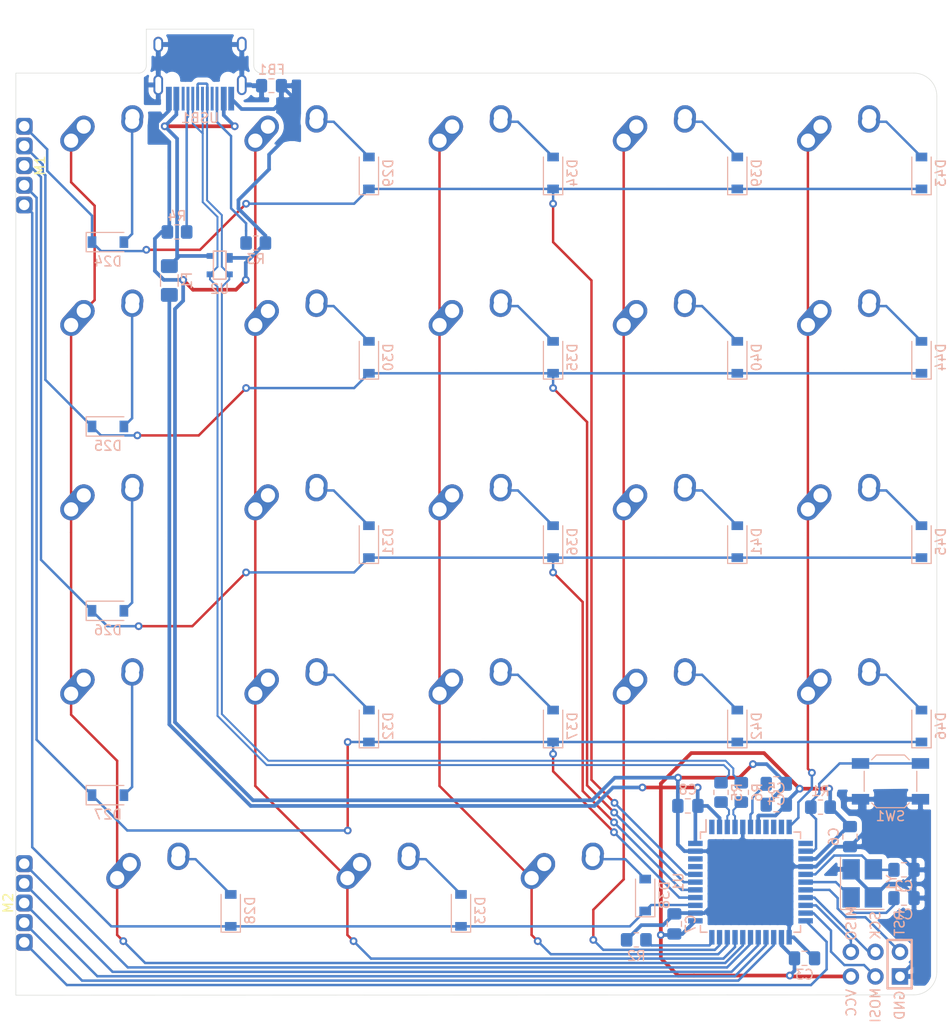
<source format=kicad_pcb>
(kicad_pcb (version 20171130) (host pcbnew "(5.1.12)-1")
  (layers (0 F.Cu signal) (31 B.Cu signal) (34 B.Paste user) (35 F.Paste user) (36 B.SilkS user) (37 F.SilkS user) (38 B.Mask user) (39 F.Mask user) (44 Edge.Cuts user))
  (net 0 "")
  (net 1 GND)
  (net 2 +5V)
  (net 3 "Net-(C4-Pad1)")
  (net 4 ROW0)
  (net 5 ROW1)
  (net 6 ROW2)
  (net 7 ROW3)
  (net 8 ROW4)
  (net 9 "Net-(D24-Pad2)")
  (net 10 "Net-(D25-Pad2)")
  (net 11 "Net-(D26-Pad2)")
  (net 12 "Net-(D27-Pad2)")
  (net 13 "Net-(D28-Pad2)")
  (net 14 "Net-(D29-Pad2)")
  (net 15 "Net-(D30-Pad2)")
  (net 16 "Net-(D31-Pad2)")
  (net 17 "Net-(D32-Pad2)")
  (net 18 "Net-(D33-Pad2)")
  (net 19 "Net-(D34-Pad2)")
  (net 20 "Net-(D35-Pad2)")
  (net 21 "Net-(D36-Pad2)")
  (net 22 "Net-(D37-Pad2)")
  (net 23 "Net-(D38-Pad2)")
  (net 24 "Net-(D39-Pad2)")
  (net 25 "Net-(D40-Pad2)")
  (net 26 "Net-(D41-Pad2)")
  (net 27 "Net-(D42-Pad2)")
  (net 28 "Net-(D43-Pad2)")
  (net 29 "Net-(D44-Pad2)")
  (net 30 "Net-(D45-Pad2)")
  (net 31 "Net-(D46-Pad2)")
  (net 32 VCC)
  (net 33 COL0)
  (net 34 COL1)
  (net 35 COL2)
  (net 36 COL3)
  (net 37 COL4)
  (net 38 COL5)
  (net 39 COL6)
  (net 40 COL7)
  (net 41 COL8)
  (net 42 COL9)
  (net 43 D-)
  (net 44 D+)
  (net 45 "Net-(U1-Pad42)")
  (net 46 "Net-(U1-Pad12)")
  (net 47 "Net-(U1-Pad10)")
  (net 48 "Net-(U1-Pad8)")
  (net 49 "Net-(U1-Pad1)")
  (net 50 "Net-(C1-Pad1)")
  (net 51 "Net-(C2-Pad1)")
  (net 52 RST)
  (net 53 MOSI)
  (net 54 SCK)
  (net 55 MISO)
  (net 56 "Net-(R1-Pad2)")
  (net 57 "Net-(R2-Pad2)")
  (net 58 "Net-(R3-Pad1)")
  (net 59 "Net-(R4-Pad1)")
  (net 60 "Net-(USB1-Pad3)")
  (net 61 "Net-(USB1-Pad9)")
  (net 62 "Net-(U1-Pad41)")
  (net 63 "Net-(U1-Pad9)")
  (net 64 DN)
  (net 65 DP)
  (net 66 Earth)
  (module MX_Alps_Hybrid:MX-1U-NoLED (layer F.Cu) (at 126.20625 50.00625)
    (fp_text reference MX25)
    (fp_text value MX-NoLED)
    (pad "" np_thru_hole circle (at 5.08 0 48.0996) (size 1.75 1.75) (drill 1.75) (layers *.Cu *.Mask))
    (pad "" np_thru_hole circle (at -5.08 0 48.0996) (size 1.75 1.75) (drill 1.75) (layers *.Cu *.Mask))
    (pad 1 thru_hole circle (at -2.5 -4) (size 2.25 2.25) (drill 1.47) (layers *.Cu B.Mask) (net 38 COL5))
    (pad "" np_thru_hole circle (at 0 0) (size 3.9878 3.9878) (drill 3.9878) (layers *.Cu *.Mask))
    (pad 1 thru_hole oval (at -3.81 -2.54 48.0996) (size 4.211556 2.25) (drill 1.47 (offset 0.980778 0)) (layers *.Cu B.Mask) (net 38 COL5))
    (pad 2 thru_hole circle (at 2.54 -5.08) (size 2.25 2.25) (drill 1.47) (layers *.Cu B.Mask) (net 10 "Net-(D25-Pad2)"))
    (pad 2 thru_hole oval (at 2.5 -4.5 86.0548) (size 2.831378 2.25) (drill 1.47 (offset 0.290689 0)) (layers *.Cu B.Mask) (net 10 "Net-(D25-Pad2)"))
  )
  (module MX_Alps_Hybrid:MX-1U-NoLED (layer F.Cu) (at 126.20625 69.05625)
    (fp_text reference MX26)
    (fp_text value MX-NoLED)
    (pad "" np_thru_hole circle (at 5.08 0 48.0996) (size 1.75 1.75) (drill 1.75) (layers *.Cu *.Mask))
    (pad "" np_thru_hole circle (at -5.08 0 48.0996) (size 1.75 1.75) (drill 1.75) (layers *.Cu *.Mask))
    (pad 1 thru_hole circle (at -2.5 -4) (size 2.25 2.25) (drill 1.47) (layers *.Cu B.Mask) (net 38 COL5))
    (pad "" np_thru_hole circle (at 0 0) (size 3.9878 3.9878) (drill 3.9878) (layers *.Cu *.Mask))
    (pad 1 thru_hole oval (at -3.81 -2.54 48.0996) (size 4.211556 2.25) (drill 1.47 (offset 0.980778 0)) (layers *.Cu B.Mask) (net 38 COL5))
    (pad 2 thru_hole circle (at 2.54 -5.08) (size 2.25 2.25) (drill 1.47) (layers *.Cu B.Mask) (net 11 "Net-(D26-Pad2)"))
    (pad 2 thru_hole oval (at 2.5 -4.5 86.0548) (size 2.831378 2.25) (drill 1.47 (offset 0.290689 0)) (layers *.Cu B.Mask) (net 11 "Net-(D26-Pad2)"))
  )
  (module modular:1x5 (layer F.Cu) (at 117.542 107.696 180)
    (fp_text reference M2 (at 1.651 0.508 90) (layer F.SilkS))
    (fp_text value 1x5)
    (pad 5 thru_hole roundrect (at 0 4.572 180) (size 1.7526 1.7526) (drill 1.0922) (layers *.Cu *.Mask) (net 37 COL4))
    (pad 4 thru_hole roundrect (at 0 2.54 180) (size 1.7526 1.7526) (drill 1.0922) (layers *.Cu *.Mask) (net 36 COL3))
    (pad 3 thru_hole roundrect (at 0 0.508 180) (size 1.7526 1.7526) (drill 1.0922) (layers *.Cu *.Mask) (net 35 COL2))
    (pad 2 thru_hole roundrect (at 0 -1.524 180) (size 1.7526 1.7526) (drill 1.0922) (layers *.Cu *.Mask) (net 34 COL1))
    (pad 1 thru_hole roundrect (at 0 -3.556 180) (size 1.7526 1.7526) (drill 1.0922) (layers *.Cu *.Mask) (net 33 COL0))
  )
  (module modular:1x5 (layer F.Cu) (at 117.54 30.48)
    (fp_text reference M1 (at 1.651 0.508 90) (layer F.SilkS))
    (fp_text value 1x5)
    (pad 5 thru_hole roundrect (at 0 4.572) (size 1.7526 1.7526) (drill 1.0922) (layers *.Cu *.Mask) (net 8 ROW4))
    (pad 4 thru_hole roundrect (at 0 2.54) (size 1.7526 1.7526) (drill 1.0922) (layers *.Cu *.Mask) (net 7 ROW3))
    (pad 3 thru_hole roundrect (at 0 0.508) (size 1.7526 1.7526) (drill 1.0922) (layers *.Cu *.Mask) (net 6 ROW2))
    (pad 2 thru_hole roundrect (at 0 -1.524) (size 1.7526 1.7526) (drill 1.0922) (layers *.Cu *.Mask) (net 5 ROW1))
    (pad 1 thru_hole roundrect (at 0 -3.556) (size 1.7526 1.7526) (drill 1.0922) (layers *.Cu *.Mask) (net 4 ROW0))
  )
  (module MX_Alps_Hybrid:MX-1U-NoLED (layer F.Cu) (at 126.20625 30.95625)
    (fp_text reference MX24)
    (fp_text value MX-NoLED)
    (pad "" np_thru_hole circle (at 5.08 0 48.0996) (size 1.75 1.75) (drill 1.75) (layers *.Cu *.Mask))
    (pad "" np_thru_hole circle (at -5.08 0 48.0996) (size 1.75 1.75) (drill 1.75) (layers *.Cu *.Mask))
    (pad 1 thru_hole circle (at -2.5 -4) (size 2.25 2.25) (drill 1.47) (layers *.Cu B.Mask) (net 38 COL5))
    (pad "" np_thru_hole circle (at 0 0) (size 3.9878 3.9878) (drill 3.9878) (layers *.Cu *.Mask))
    (pad 1 thru_hole oval (at -3.81 -2.54 48.0996) (size 4.211556 2.25) (drill 1.47 (offset 0.980778 0)) (layers *.Cu B.Mask) (net 38 COL5))
    (pad 2 thru_hole circle (at 2.54 -5.08) (size 2.25 2.25) (drill 1.47) (layers *.Cu B.Mask) (net 9 "Net-(D24-Pad2)"))
    (pad 2 thru_hole oval (at 2.5 -4.5 86.0548) (size 2.831378 2.25) (drill 1.47 (offset 0.290689 0)) (layers *.Cu B.Mask) (net 9 "Net-(D24-Pad2)"))
  )
  (module Inductor_SMD:L_0805_2012Metric_Pad1.15x1.40mm_HandSolder (layer B.Cu) (at 143.12 22.733 180)
    (fp_text reference FB1 (at 0 1.65) (layer B.SilkS) (effects (justify mirror)))
    (fp_text value 60@100MHz)
    (pad 2 smd roundrect (at 1.025 0 180) (size 1.15 1.4) (layers B.Cu B.Paste B.Mask) (roundrect_rratio 0.217391) (net 66 Earth))
    (pad 1 smd roundrect (at -1.025 0 180) (size 1.15 1.4) (layers B.Cu B.Paste B.Mask) (roundrect_rratio 0.217391) (net 1 GND))
  )
  (module MX_Alps_Hybrid:MX-1U-NoLED (layer F.Cu) (at 202.40625 88.10625)
    (fp_text reference MX46)
    (fp_text value MX-NoLED)
    (pad "" np_thru_hole circle (at 5.08 0 48.0996) (size 1.75 1.75) (drill 1.75) (layers *.Cu *.Mask))
    (pad "" np_thru_hole circle (at -5.08 0 48.0996) (size 1.75 1.75) (drill 1.75) (layers *.Cu *.Mask))
    (pad 1 thru_hole circle (at -2.5 -4) (size 2.25 2.25) (drill 1.47) (layers *.Cu B.Mask) (net 42 COL9))
    (pad "" np_thru_hole circle (at 0 0) (size 3.9878 3.9878) (drill 3.9878) (layers *.Cu *.Mask))
    (pad 1 thru_hole oval (at -3.81 -2.54 48.0996) (size 4.211556 2.25) (drill 1.47 (offset 0.980778 0)) (layers *.Cu B.Mask) (net 42 COL9))
    (pad 2 thru_hole circle (at 2.54 -5.08) (size 2.25 2.25) (drill 1.47) (layers *.Cu B.Mask) (net 31 "Net-(D46-Pad2)"))
    (pad 2 thru_hole oval (at 2.5 -4.5 86.0548) (size 2.831378 2.25) (drill 1.47 (offset 0.290689 0)) (layers *.Cu B.Mask) (net 31 "Net-(D46-Pad2)"))
  )
  (module MX_Alps_Hybrid:MX-1U-NoLED (layer F.Cu) (at 183.35625 88.10625)
    (fp_text reference MX42)
    (fp_text value MX-NoLED)
    (pad "" np_thru_hole circle (at 5.08 0 48.0996) (size 1.75 1.75) (drill 1.75) (layers *.Cu *.Mask))
    (pad "" np_thru_hole circle (at -5.08 0 48.0996) (size 1.75 1.75) (drill 1.75) (layers *.Cu *.Mask))
    (pad 1 thru_hole circle (at -2.5 -4) (size 2.25 2.25) (drill 1.47) (layers *.Cu B.Mask) (net 41 COL8))
    (pad "" np_thru_hole circle (at 0 0) (size 3.9878 3.9878) (drill 3.9878) (layers *.Cu *.Mask))
    (pad 1 thru_hole oval (at -3.81 -2.54 48.0996) (size 4.211556 2.25) (drill 1.47 (offset 0.980778 0)) (layers *.Cu B.Mask) (net 41 COL8))
    (pad 2 thru_hole circle (at 2.54 -5.08) (size 2.25 2.25) (drill 1.47) (layers *.Cu B.Mask) (net 27 "Net-(D42-Pad2)"))
    (pad 2 thru_hole oval (at 2.5 -4.5 86.0548) (size 2.831378 2.25) (drill 1.47 (offset 0.290689 0)) (layers *.Cu B.Mask) (net 27 "Net-(D42-Pad2)"))
  )
  (module MX_Alps_Hybrid:MX-1U-NoLED (layer F.Cu) (at 183.35625 30.95625)
    (fp_text reference MX39)
    (fp_text value MX-NoLED)
    (pad "" np_thru_hole circle (at 5.08 0 48.0996) (size 1.75 1.75) (drill 1.75) (layers *.Cu *.Mask))
    (pad "" np_thru_hole circle (at -5.08 0 48.0996) (size 1.75 1.75) (drill 1.75) (layers *.Cu *.Mask))
    (pad 1 thru_hole circle (at -2.5 -4) (size 2.25 2.25) (drill 1.47) (layers *.Cu B.Mask) (net 41 COL8))
    (pad "" np_thru_hole circle (at 0 0) (size 3.9878 3.9878) (drill 3.9878) (layers *.Cu *.Mask))
    (pad 1 thru_hole oval (at -3.81 -2.54 48.0996) (size 4.211556 2.25) (drill 1.47 (offset 0.980778 0)) (layers *.Cu B.Mask) (net 41 COL8))
    (pad 2 thru_hole circle (at 2.54 -5.08) (size 2.25 2.25) (drill 1.47) (layers *.Cu B.Mask) (net 24 "Net-(D39-Pad2)"))
    (pad 2 thru_hole oval (at 2.5 -4.5 86.0548) (size 2.831378 2.25) (drill 1.47 (offset 0.290689 0)) (layers *.Cu B.Mask) (net 24 "Net-(D39-Pad2)"))
  )
  (module Crystal:Crystal_SMD_3225-4Pin_3.2x2.5mm_HandSoldering (layer B.Cu) (at 204.216 105.156 90)
    (fp_text reference Y1 (at 0 3.05 90) (layer B.SilkS) (effects (justify mirror)))
    (fp_text value 16MHz)
    (pad 1 smd rect (at -1.45 -1.15 90) (size 2.1 1.8) (layers B.Cu B.Paste B.Mask) (net 50 "Net-(C1-Pad1)"))
    (pad 2 smd rect (at 1.45 -1.15 90) (size 2.1 1.8) (layers B.Cu B.Paste B.Mask) (net 1 GND))
    (pad 3 smd rect (at 1.45 1.15 90) (size 2.1 1.8) (layers B.Cu B.Paste B.Mask) (net 51 "Net-(C2-Pad1)"))
    (pad 4 smd rect (at -1.45 1.15 90) (size 2.1 1.8) (layers B.Cu B.Paste B.Mask) (net 1 GND))
  )
  (module Type-C:HRO-TYPE-C-31-M-12-HandSoldering (layer B.Cu) (at 135.73125 15.875)
    (fp_text reference USB1 (at 0 10.2) (layer B.SilkS) (effects (justify mirror)))
    (fp_text value HRO-TYPE-C-31-M-12)
    (pad 12 smd rect (at 3.225 8.195) (size 0.6 2.45) (layers B.Cu B.Paste B.Mask) (net 1 GND))
    (pad 1 smd rect (at -3.225 8.195) (size 0.6 2.45) (layers B.Cu B.Paste B.Mask) (net 1 GND))
    (pad 11 smd rect (at 2.45 8.195) (size 0.6 2.45) (layers B.Cu B.Paste B.Mask) (net 32 VCC))
    (pad 2 smd rect (at -2.45 8.195) (size 0.6 2.45) (layers B.Cu B.Paste B.Mask) (net 32 VCC))
    (pad 3 smd rect (at -1.75 8.195) (size 0.3 2.45) (layers B.Cu B.Paste B.Mask) (net 60 "Net-(USB1-Pad3)"))
    (pad 10 smd rect (at 1.75 8.195) (size 0.3 2.45) (layers B.Cu B.Paste B.Mask) (net 58 "Net-(R3-Pad1)"))
    (pad 4 smd rect (at -1.25 8.195) (size 0.3 2.45) (layers B.Cu B.Paste B.Mask) (net 59 "Net-(R4-Pad1)"))
    (pad 9 smd rect (at 1.25 8.195) (size 0.3 2.45) (layers B.Cu B.Paste B.Mask) (net 61 "Net-(USB1-Pad9)"))
    (pad 5 smd rect (at -0.75 8.195) (size 0.3 2.45) (layers B.Cu B.Paste B.Mask) (net 64 DN))
    (pad 8 smd rect (at 0.75 8.195) (size 0.3 2.45) (layers B.Cu B.Paste B.Mask) (net 65 DP))
    (pad 7 smd rect (at 0.25 8.195) (size 0.3 2.45) (layers B.Cu B.Paste B.Mask) (net 64 DN))
    (pad 6 smd rect (at -0.25 8.195) (size 0.3 2.45) (layers B.Cu B.Paste B.Mask) (net 65 DP))
    (pad "" np_thru_hole circle (at 2.89 6.25) (size 0.65 0.65) (drill 0.65) (layers *.Cu *.Mask))
    (pad "" np_thru_hole circle (at -2.89 6.25) (size 0.65 0.65) (drill 0.65) (layers *.Cu *.Mask))
    (pad 13 thru_hole oval (at -4.32 6.78) (size 1 2.1) (drill oval 0.6 1.7) (layers *.Cu F.Mask) (net 66 Earth))
    (pad 13 thru_hole oval (at 4.32 6.78) (size 1 2.1) (drill oval 0.6 1.7) (layers *.Cu F.Mask) (net 66 Earth))
    (pad 13 thru_hole oval (at -4.32 2.6) (size 1 1.6) (drill oval 0.6 1.2) (layers *.Cu F.Mask) (net 66 Earth))
    (pad 13 thru_hole oval (at 4.32 2.6) (size 1 1.6) (drill oval 0.6 1.2) (layers *.Cu F.Mask) (net 66 Earth))
  )
  (module random-keyboard-parts:SOT143B (layer B.Cu) (at 137.76325 41.275 180)
    (fp_text reference U2 (at 0 -2.45) (layer B.SilkS) (effects (justify mirror)))
    (fp_text value PRTR5V0U2X)
    (pad 3 smd rect (at 1 -0.95 270) (size 0.6 0.7) (layers B.Cu B.Paste B.Mask) (net 64 DN))
    (pad 2 smd rect (at -1 -0.95 270) (size 0.6 0.7) (layers B.Cu B.Paste B.Mask) (net 65 DP))
    (pad 4 smd rect (at 1 0.95 270) (size 0.6 0.7) (layers B.Cu B.Paste B.Mask) (net 32 VCC))
    (pad 1 smd rect (at -1 0.75 270) (size 1 0.7) (layers B.Cu B.Paste B.Mask) (net 1 GND))
  )
  (module Package_QFP:TQFP-44_10x10mm_P0.8mm (layer B.Cu) (at 192.659 105.029 270)
    (fp_text reference U1 (at 0 7.45 90) (layer B.SilkS) (effects (justify mirror)))
    (fp_text value ATmega32U4-AU)
    (pad 1 smd rect (at -5.7 4 270) (size 1.5 0.55) (layers B.Cu B.Paste B.Mask) (net 49 "Net-(U1-Pad1)"))
    (pad 2 smd rect (at -5.7 3.2 270) (size 1.5 0.55) (layers B.Cu B.Paste B.Mask) (net 2 +5V))
    (pad 3 smd rect (at -5.7 2.4 270) (size 1.5 0.55) (layers B.Cu B.Paste B.Mask) (net 43 D-))
    (pad 4 smd rect (at -5.7 1.6 270) (size 1.5 0.55) (layers B.Cu B.Paste B.Mask) (net 44 D+))
    (pad 5 smd rect (at -5.7 0.8 270) (size 1.5 0.55) (layers B.Cu B.Paste B.Mask) (net 1 GND))
    (pad 6 smd rect (at -5.7 0 270) (size 1.5 0.55) (layers B.Cu B.Paste B.Mask) (net 3 "Net-(C4-Pad1)"))
    (pad 7 smd rect (at -5.7 -0.8 270) (size 1.5 0.55) (layers B.Cu B.Paste B.Mask) (net 2 +5V))
    (pad 8 smd rect (at -5.7 -1.6 270) (size 1.5 0.55) (layers B.Cu B.Paste B.Mask) (net 48 "Net-(U1-Pad8)"))
    (pad 9 smd rect (at -5.7 -2.4 270) (size 1.5 0.55) (layers B.Cu B.Paste B.Mask) (net 63 "Net-(U1-Pad9)"))
    (pad 10 smd rect (at -5.7 -3.2 270) (size 1.5 0.55) (layers B.Cu B.Paste B.Mask) (net 47 "Net-(U1-Pad10)"))
    (pad 11 smd rect (at -5.7 -4 270) (size 1.5 0.55) (layers B.Cu B.Paste B.Mask) (net 42 COL9))
    (pad 12 smd rect (at -4 -5.7 180) (size 1.5 0.55) (layers B.Cu B.Paste B.Mask) (net 46 "Net-(U1-Pad12)"))
    (pad 13 smd rect (at -3.2 -5.7 180) (size 1.5 0.55) (layers B.Cu B.Paste B.Mask) (net 56 "Net-(R1-Pad2)"))
    (pad 14 smd rect (at -2.4 -5.7 180) (size 1.5 0.55) (layers B.Cu B.Paste B.Mask) (net 2 +5V))
    (pad 15 smd rect (at -1.6 -5.7 180) (size 1.5 0.55) (layers B.Cu B.Paste B.Mask) (net 1 GND))
    (pad 16 smd rect (at -0.8 -5.7 180) (size 1.5 0.55) (layers B.Cu B.Paste B.Mask) (net 51 "Net-(C2-Pad1)"))
    (pad 17 smd rect (at 0 -5.7 180) (size 1.5 0.55) (layers B.Cu B.Paste B.Mask) (net 50 "Net-(C1-Pad1)"))
    (pad 18 smd rect (at 0.8 -5.7 180) (size 1.5 0.55) (layers B.Cu B.Paste B.Mask) (net 52 RST))
    (pad 19 smd rect (at 1.6 -5.7 180) (size 1.5 0.55) (layers B.Cu B.Paste B.Mask) (net 54 SCK))
    (pad 20 smd rect (at 2.4 -5.7 180) (size 1.5 0.55) (layers B.Cu B.Paste B.Mask) (net 55 MISO))
    (pad 21 smd rect (at 3.2 -5.7 180) (size 1.5 0.55) (layers B.Cu B.Paste B.Mask) (net 53 MOSI))
    (pad 22 smd rect (at 4 -5.7 180) (size 1.5 0.55) (layers B.Cu B.Paste B.Mask) (net 33 COL0))
    (pad 23 smd rect (at 5.7 -4 270) (size 1.5 0.55) (layers B.Cu B.Paste B.Mask) (net 1 GND))
    (pad 24 smd rect (at 5.7 -3.2 270) (size 1.5 0.55) (layers B.Cu B.Paste B.Mask) (net 2 +5V))
    (pad 25 smd rect (at 5.7 -2.4 270) (size 1.5 0.55) (layers B.Cu B.Paste B.Mask) (net 34 COL1))
    (pad 26 smd rect (at 5.7 -1.6 270) (size 1.5 0.55) (layers B.Cu B.Paste B.Mask) (net 35 COL2))
    (pad 27 smd rect (at 5.7 -0.8 270) (size 1.5 0.55) (layers B.Cu B.Paste B.Mask) (net 36 COL3))
    (pad 28 smd rect (at 5.7 0 270) (size 1.5 0.55) (layers B.Cu B.Paste B.Mask) (net 37 COL4))
    (pad 29 smd rect (at 5.7 0.8 270) (size 1.5 0.55) (layers B.Cu B.Paste B.Mask) (net 38 COL5))
    (pad 30 smd rect (at 5.7 1.6 270) (size 1.5 0.55) (layers B.Cu B.Paste B.Mask) (net 39 COL6))
    (pad 31 smd rect (at 5.7 2.4 270) (size 1.5 0.55) (layers B.Cu B.Paste B.Mask) (net 40 COL7))
    (pad 32 smd rect (at 5.7 3.2 270) (size 1.5 0.55) (layers B.Cu B.Paste B.Mask) (net 41 COL8))
    (pad 33 smd rect (at 5.7 4 270) (size 1.5 0.55) (layers B.Cu B.Paste B.Mask) (net 57 "Net-(R2-Pad2)"))
    (pad 34 smd rect (at 4 5.7 180) (size 1.5 0.55) (layers B.Cu B.Paste B.Mask) (net 2 +5V))
    (pad 35 smd rect (at 3.2 5.7 180) (size 1.5 0.55) (layers B.Cu B.Paste B.Mask) (net 1 GND))
    (pad 36 smd rect (at 2.4 5.7 180) (size 1.5 0.55) (layers B.Cu B.Paste B.Mask) (net 8 ROW4))
    (pad 37 smd rect (at 1.6 5.7 180) (size 1.5 0.55) (layers B.Cu B.Paste B.Mask) (net 7 ROW3))
    (pad 38 smd rect (at 0.8 5.7 180) (size 1.5 0.55) (layers B.Cu B.Paste B.Mask) (net 6 ROW2))
    (pad 39 smd rect (at 0 5.7 180) (size 1.5 0.55) (layers B.Cu B.Paste B.Mask) (net 5 ROW1))
    (pad 40 smd rect (at -0.8 5.7 180) (size 1.5 0.55) (layers B.Cu B.Paste B.Mask) (net 4 ROW0))
    (pad 41 smd rect (at -1.6 5.7 180) (size 1.5 0.55) (layers B.Cu B.Paste B.Mask) (net 62 "Net-(U1-Pad41)"))
    (pad 42 smd rect (at -2.4 5.7 180) (size 1.5 0.55) (layers B.Cu B.Paste B.Mask) (net 45 "Net-(U1-Pad42)"))
    (pad 43 smd rect (at -3.2 5.7 180) (size 1.5 0.55) (layers B.Cu B.Paste B.Mask) (net 1 GND))
    (pad 44 smd rect (at -4 5.7 180) (size 1.5 0.55) (layers B.Cu B.Paste B.Mask) (net 2 +5V))
  )
  (module Button_Switch_SMD:SW_SPST_SKQG_WithStem (layer B.Cu) (at 207.137 94.615)
    (fp_text reference SW1 (at 0 3.6) (layer B.SilkS) (effects (justify mirror)))
    (fp_text value SW_Push)
    (pad 2 smd rect (at 3.1 -1.85) (size 1.8 1.1) (layers B.Cu B.Paste B.Mask) (net 56 "Net-(R1-Pad2)"))
    (pad 2 smd rect (at -3.1 -1.85) (size 1.8 1.1) (layers B.Cu B.Paste B.Mask) (net 56 "Net-(R1-Pad2)"))
    (pad 1 smd rect (at 3.1 1.85) (size 1.8 1.1) (layers B.Cu B.Paste B.Mask) (net 1 GND))
    (pad 1 smd rect (at -3.1 1.85) (size 1.8 1.1) (layers B.Cu B.Paste B.Mask) (net 1 GND))
  )
  (module Resistor_SMD:R_0805_2012Metric_Pad1.20x1.40mm_HandSolder (layer B.Cu) (at 191.707 95.758 90)
    (fp_text reference R6 (at 0 1.65 90) (layer B.SilkS) (effects (justify mirror)))
    (fp_text value 22)
    (pad 1 smd roundrect (at -1 0 90) (size 1.2 1.4) (layers B.Cu B.Paste B.Mask) (roundrect_rratio 0.208333) (net 44 D+))
    (pad 2 smd roundrect (at 1 0 90) (size 1.2 1.4) (layers B.Cu B.Paste B.Mask) (roundrect_rratio 0.208333) (net 65 DP))
  )
  (module Resistor_SMD:R_0805_2012Metric_Pad1.20x1.40mm_HandSolder (layer B.Cu) (at 189.611 95.758 90)
    (fp_text reference R5 (at 0 1.65 90) (layer B.SilkS) (effects (justify mirror)))
    (fp_text value 22)
    (pad 1 smd roundrect (at -1 0 90) (size 1.2 1.4) (layers B.Cu B.Paste B.Mask) (roundrect_rratio 0.208333) (net 43 D-))
    (pad 2 smd roundrect (at 1 0 90) (size 1.2 1.4) (layers B.Cu B.Paste B.Mask) (roundrect_rratio 0.208333) (net 64 DN))
  )
  (module Resistor_SMD:R_0805_2012Metric_Pad1.20x1.40mm_HandSolder (layer B.Cu) (at 133.35 37.846 180)
    (fp_text reference R4 (at 0 1.65) (layer B.SilkS) (effects (justify mirror)))
    (fp_text value 5.1k)
    (pad 2 smd roundrect (at 1 0 180) (size 1.2 1.4) (layers B.Cu B.Paste B.Mask) (roundrect_rratio 0.208333) (net 1 GND))
    (pad 1 smd roundrect (at -1 0 180) (size 1.2 1.4) (layers B.Cu B.Paste B.Mask) (roundrect_rratio 0.208333) (net 59 "Net-(R4-Pad1)"))
  )
  (module Resistor_SMD:R_0805_2012Metric_Pad1.20x1.40mm_HandSolder (layer B.Cu) (at 141.494 38.989)
    (fp_text reference R3 (at 0 1.65) (layer B.SilkS) (effects (justify mirror)))
    (fp_text value 5.1k)
    (pad 2 smd roundrect (at 1 0) (size 1.2 1.4) (layers B.Cu B.Paste B.Mask) (roundrect_rratio 0.208333) (net 1 GND))
    (pad 1 smd roundrect (at -1 0) (size 1.2 1.4) (layers B.Cu B.Paste B.Mask) (roundrect_rratio 0.208333) (net 58 "Net-(R3-Pad1)"))
  )
  (module Resistor_SMD:R_0805_2012Metric_Pad1.20x1.40mm_HandSolder (layer B.Cu) (at 180.848 110.998)
    (fp_text reference R2 (at 0 1.65) (layer B.SilkS) (effects (justify mirror)))
    (fp_text value 10k)
    (pad 1 smd roundrect (at -1 0) (size 1.2 1.4) (layers B.Cu B.Paste B.Mask) (roundrect_rratio 0.208333) (net 1 GND))
    (pad 2 smd roundrect (at 1 0) (size 1.2 1.4) (layers B.Cu B.Paste B.Mask) (roundrect_rratio 0.208333) (net 57 "Net-(R2-Pad2)"))
  )
  (module Resistor_SMD:R_0805_2012Metric_Pad1.20x1.40mm_HandSolder (layer B.Cu) (at 199.898 97.282 180)
    (fp_text reference R1 (at 0 1.65) (layer B.SilkS) (effects (justify mirror)))
    (fp_text value 10k)
    (pad 1 smd roundrect (at -1 0 180) (size 1.2 1.4) (layers B.Cu B.Paste B.Mask) (roundrect_rratio 0.208333) (net 2 +5V))
    (pad 2 smd roundrect (at 1 0 180) (size 1.2 1.4) (layers B.Cu B.Paste B.Mask) (roundrect_rratio 0.208333) (net 56 "Net-(R1-Pad2)"))
  )
  (module MX_Alps_Hybrid:MX-1U-NoLED (layer F.Cu) (at 202.40625 69.05625)
    (fp_text reference MX45)
    (fp_text value MX-NoLED)
    (pad "" np_thru_hole circle (at 5.08 0 48.0996) (size 1.75 1.75) (drill 1.75) (layers *.Cu *.Mask))
    (pad "" np_thru_hole circle (at -5.08 0 48.0996) (size 1.75 1.75) (drill 1.75) (layers *.Cu *.Mask))
    (pad 1 thru_hole circle (at -2.5 -4) (size 2.25 2.25) (drill 1.47) (layers *.Cu B.Mask) (net 42 COL9))
    (pad "" np_thru_hole circle (at 0 0) (size 3.9878 3.9878) (drill 3.9878) (layers *.Cu *.Mask))
    (pad 1 thru_hole oval (at -3.81 -2.54 48.0996) (size 4.211556 2.25) (drill 1.47 (offset 0.980778 0)) (layers *.Cu B.Mask) (net 42 COL9))
    (pad 2 thru_hole circle (at 2.54 -5.08) (size 2.25 2.25) (drill 1.47) (layers *.Cu B.Mask) (net 30 "Net-(D45-Pad2)"))
    (pad 2 thru_hole oval (at 2.5 -4.5 86.0548) (size 2.831378 2.25) (drill 1.47 (offset 0.290689 0)) (layers *.Cu B.Mask) (net 30 "Net-(D45-Pad2)"))
  )
  (module MX_Alps_Hybrid:MX-1U-NoLED (layer F.Cu) (at 202.40625 50.00625)
    (fp_text reference MX44)
    (fp_text value MX-NoLED)
    (pad "" np_thru_hole circle (at 5.08 0 48.0996) (size 1.75 1.75) (drill 1.75) (layers *.Cu *.Mask))
    (pad "" np_thru_hole circle (at -5.08 0 48.0996) (size 1.75 1.75) (drill 1.75) (layers *.Cu *.Mask))
    (pad 1 thru_hole circle (at -2.5 -4) (size 2.25 2.25) (drill 1.47) (layers *.Cu B.Mask) (net 42 COL9))
    (pad "" np_thru_hole circle (at 0 0) (size 3.9878 3.9878) (drill 3.9878) (layers *.Cu *.Mask))
    (pad 1 thru_hole oval (at -3.81 -2.54 48.0996) (size 4.211556 2.25) (drill 1.47 (offset 0.980778 0)) (layers *.Cu B.Mask) (net 42 COL9))
    (pad 2 thru_hole circle (at 2.54 -5.08) (size 2.25 2.25) (drill 1.47) (layers *.Cu B.Mask) (net 29 "Net-(D44-Pad2)"))
    (pad 2 thru_hole oval (at 2.5 -4.5 86.0548) (size 2.831378 2.25) (drill 1.47 (offset 0.290689 0)) (layers *.Cu B.Mask) (net 29 "Net-(D44-Pad2)"))
  )
  (module MX_Alps_Hybrid:MX-1U-NoLED (layer F.Cu) (at 202.40625 30.95625)
    (fp_text reference MX43)
    (fp_text value MX-NoLED)
    (pad "" np_thru_hole circle (at 5.08 0 48.0996) (size 1.75 1.75) (drill 1.75) (layers *.Cu *.Mask))
    (pad "" np_thru_hole circle (at -5.08 0 48.0996) (size 1.75 1.75) (drill 1.75) (layers *.Cu *.Mask))
    (pad 1 thru_hole circle (at -2.5 -4) (size 2.25 2.25) (drill 1.47) (layers *.Cu B.Mask) (net 42 COL9))
    (pad "" np_thru_hole circle (at 0 0) (size 3.9878 3.9878) (drill 3.9878) (layers *.Cu *.Mask))
    (pad 1 thru_hole oval (at -3.81 -2.54 48.0996) (size 4.211556 2.25) (drill 1.47 (offset 0.980778 0)) (layers *.Cu B.Mask) (net 42 COL9))
    (pad 2 thru_hole circle (at 2.54 -5.08) (size 2.25 2.25) (drill 1.47) (layers *.Cu B.Mask) (net 28 "Net-(D43-Pad2)"))
    (pad 2 thru_hole oval (at 2.5 -4.5 86.0548) (size 2.831378 2.25) (drill 1.47 (offset 0.290689 0)) (layers *.Cu B.Mask) (net 28 "Net-(D43-Pad2)"))
  )
  (module MX_Alps_Hybrid:MX-1U-NoLED (layer F.Cu) (at 183.35625 69.05625)
    (fp_text reference MX41)
    (fp_text value MX-NoLED)
    (pad "" np_thru_hole circle (at 5.08 0 48.0996) (size 1.75 1.75) (drill 1.75) (layers *.Cu *.Mask))
    (pad "" np_thru_hole circle (at -5.08 0 48.0996) (size 1.75 1.75) (drill 1.75) (layers *.Cu *.Mask))
    (pad 1 thru_hole circle (at -2.5 -4) (size 2.25 2.25) (drill 1.47) (layers *.Cu B.Mask) (net 41 COL8))
    (pad "" np_thru_hole circle (at 0 0) (size 3.9878 3.9878) (drill 3.9878) (layers *.Cu *.Mask))
    (pad 1 thru_hole oval (at -3.81 -2.54 48.0996) (size 4.211556 2.25) (drill 1.47 (offset 0.980778 0)) (layers *.Cu B.Mask) (net 41 COL8))
    (pad 2 thru_hole circle (at 2.54 -5.08) (size 2.25 2.25) (drill 1.47) (layers *.Cu B.Mask) (net 26 "Net-(D41-Pad2)"))
    (pad 2 thru_hole oval (at 2.5 -4.5 86.0548) (size 2.831378 2.25) (drill 1.47 (offset 0.290689 0)) (layers *.Cu B.Mask) (net 26 "Net-(D41-Pad2)"))
  )
  (module MX_Alps_Hybrid:MX-1U-NoLED (layer F.Cu) (at 183.35625 50.00625)
    (fp_text reference MX40)
    (fp_text value MX-NoLED)
    (pad "" np_thru_hole circle (at 5.08 0 48.0996) (size 1.75 1.75) (drill 1.75) (layers *.Cu *.Mask))
    (pad "" np_thru_hole circle (at -5.08 0 48.0996) (size 1.75 1.75) (drill 1.75) (layers *.Cu *.Mask))
    (pad 1 thru_hole circle (at -2.5 -4) (size 2.25 2.25) (drill 1.47) (layers *.Cu B.Mask) (net 41 COL8))
    (pad "" np_thru_hole circle (at 0 0) (size 3.9878 3.9878) (drill 3.9878) (layers *.Cu *.Mask))
    (pad 1 thru_hole oval (at -3.81 -2.54 48.0996) (size 4.211556 2.25) (drill 1.47 (offset 0.980778 0)) (layers *.Cu B.Mask) (net 41 COL8))
    (pad 2 thru_hole circle (at 2.54 -5.08) (size 2.25 2.25) (drill 1.47) (layers *.Cu B.Mask) (net 25 "Net-(D40-Pad2)"))
    (pad 2 thru_hole oval (at 2.5 -4.5 86.0548) (size 2.831378 2.25) (drill 1.47 (offset 0.290689 0)) (layers *.Cu B.Mask) (net 25 "Net-(D40-Pad2)"))
  )
  (module MX_Alps_Hybrid:MX-1U-NoLED (layer F.Cu) (at 173.83125 107.15625)
    (fp_text reference MX38)
    (fp_text value MX-NoLED)
    (pad "" np_thru_hole circle (at 5.08 0 48.0996) (size 1.75 1.75) (drill 1.75) (layers *.Cu *.Mask))
    (pad "" np_thru_hole circle (at -5.08 0 48.0996) (size 1.75 1.75) (drill 1.75) (layers *.Cu *.Mask))
    (pad 1 thru_hole circle (at -2.5 -4) (size 2.25 2.25) (drill 1.47) (layers *.Cu B.Mask) (net 40 COL7))
    (pad "" np_thru_hole circle (at 0 0) (size 3.9878 3.9878) (drill 3.9878) (layers *.Cu *.Mask))
    (pad 1 thru_hole oval (at -3.81 -2.54 48.0996) (size 4.211556 2.25) (drill 1.47 (offset 0.980778 0)) (layers *.Cu B.Mask) (net 40 COL7))
    (pad 2 thru_hole circle (at 2.54 -5.08) (size 2.25 2.25) (drill 1.47) (layers *.Cu B.Mask) (net 23 "Net-(D38-Pad2)"))
    (pad 2 thru_hole oval (at 2.5 -4.5 86.0548) (size 2.831378 2.25) (drill 1.47 (offset 0.290689 0)) (layers *.Cu B.Mask) (net 23 "Net-(D38-Pad2)"))
  )
  (module MX_Alps_Hybrid:MX-1U-NoLED (layer F.Cu) (at 164.30625 88.10625)
    (fp_text reference MX37)
    (fp_text value MX-NoLED)
    (pad "" np_thru_hole circle (at 5.08 0 48.0996) (size 1.75 1.75) (drill 1.75) (layers *.Cu *.Mask))
    (pad "" np_thru_hole circle (at -5.08 0 48.0996) (size 1.75 1.75) (drill 1.75) (layers *.Cu *.Mask))
    (pad 1 thru_hole circle (at -2.5 -4) (size 2.25 2.25) (drill 1.47) (layers *.Cu B.Mask) (net 40 COL7))
    (pad "" np_thru_hole circle (at 0 0) (size 3.9878 3.9878) (drill 3.9878) (layers *.Cu *.Mask))
    (pad 1 thru_hole oval (at -3.81 -2.54 48.0996) (size 4.211556 2.25) (drill 1.47 (offset 0.980778 0)) (layers *.Cu B.Mask) (net 40 COL7))
    (pad 2 thru_hole circle (at 2.54 -5.08) (size 2.25 2.25) (drill 1.47) (layers *.Cu B.Mask) (net 22 "Net-(D37-Pad2)"))
    (pad 2 thru_hole oval (at 2.5 -4.5 86.0548) (size 2.831378 2.25) (drill 1.47 (offset 0.290689 0)) (layers *.Cu B.Mask) (net 22 "Net-(D37-Pad2)"))
  )
  (module MX_Alps_Hybrid:MX-1U-NoLED (layer F.Cu) (at 164.30625 69.05625)
    (fp_text reference MX36)
    (fp_text value MX-NoLED)
    (pad "" np_thru_hole circle (at 5.08 0 48.0996) (size 1.75 1.75) (drill 1.75) (layers *.Cu *.Mask))
    (pad "" np_thru_hole circle (at -5.08 0 48.0996) (size 1.75 1.75) (drill 1.75) (layers *.Cu *.Mask))
    (pad 1 thru_hole circle (at -2.5 -4) (size 2.25 2.25) (drill 1.47) (layers *.Cu B.Mask) (net 40 COL7))
    (pad "" np_thru_hole circle (at 0 0) (size 3.9878 3.9878) (drill 3.9878) (layers *.Cu *.Mask))
    (pad 1 thru_hole oval (at -3.81 -2.54 48.0996) (size 4.211556 2.25) (drill 1.47 (offset 0.980778 0)) (layers *.Cu B.Mask) (net 40 COL7))
    (pad 2 thru_hole circle (at 2.54 -5.08) (size 2.25 2.25) (drill 1.47) (layers *.Cu B.Mask) (net 21 "Net-(D36-Pad2)"))
    (pad 2 thru_hole oval (at 2.5 -4.5 86.0548) (size 2.831378 2.25) (drill 1.47 (offset 0.290689 0)) (layers *.Cu B.Mask) (net 21 "Net-(D36-Pad2)"))
  )
  (module MX_Alps_Hybrid:MX-1U-NoLED (layer F.Cu) (at 164.30625 50.00625)
    (fp_text reference MX35)
    (fp_text value MX-NoLED)
    (pad "" np_thru_hole circle (at 5.08 0 48.0996) (size 1.75 1.75) (drill 1.75) (layers *.Cu *.Mask))
    (pad "" np_thru_hole circle (at -5.08 0 48.0996) (size 1.75 1.75) (drill 1.75) (layers *.Cu *.Mask))
    (pad 1 thru_hole circle (at -2.5 -4) (size 2.25 2.25) (drill 1.47) (layers *.Cu B.Mask) (net 40 COL7))
    (pad "" np_thru_hole circle (at 0 0) (size 3.9878 3.9878) (drill 3.9878) (layers *.Cu *.Mask))
    (pad 1 thru_hole oval (at -3.81 -2.54 48.0996) (size 4.211556 2.25) (drill 1.47 (offset 0.980778 0)) (layers *.Cu B.Mask) (net 40 COL7))
    (pad 2 thru_hole circle (at 2.54 -5.08) (size 2.25 2.25) (drill 1.47) (layers *.Cu B.Mask) (net 20 "Net-(D35-Pad2)"))
    (pad 2 thru_hole oval (at 2.5 -4.5 86.0548) (size 2.831378 2.25) (drill 1.47 (offset 0.290689 0)) (layers *.Cu B.Mask) (net 20 "Net-(D35-Pad2)"))
  )
  (module MX_Alps_Hybrid:MX-1U-NoLED (layer F.Cu) (at 164.30625 30.95625)
    (fp_text reference MX34)
    (fp_text value MX-NoLED)
    (pad "" np_thru_hole circle (at 5.08 0 48.0996) (size 1.75 1.75) (drill 1.75) (layers *.Cu *.Mask))
    (pad "" np_thru_hole circle (at -5.08 0 48.0996) (size 1.75 1.75) (drill 1.75) (layers *.Cu *.Mask))
    (pad 1 thru_hole circle (at -2.5 -4) (size 2.25 2.25) (drill 1.47) (layers *.Cu B.Mask) (net 40 COL7))
    (pad "" np_thru_hole circle (at 0 0) (size 3.9878 3.9878) (drill 3.9878) (layers *.Cu *.Mask))
    (pad 1 thru_hole oval (at -3.81 -2.54 48.0996) (size 4.211556 2.25) (drill 1.47 (offset 0.980778 0)) (layers *.Cu B.Mask) (net 40 COL7))
    (pad 2 thru_hole circle (at 2.54 -5.08) (size 2.25 2.25) (drill 1.47) (layers *.Cu B.Mask) (net 19 "Net-(D34-Pad2)"))
    (pad 2 thru_hole oval (at 2.5 -4.5 86.0548) (size 2.831378 2.25) (drill 1.47 (offset 0.290689 0)) (layers *.Cu B.Mask) (net 19 "Net-(D34-Pad2)"))
  )
  (module MX_Alps_Hybrid:MX-1U-NoLED (layer F.Cu) (at 154.78125 107.15625)
    (fp_text reference MX33)
    (fp_text value MX-NoLED)
    (pad "" np_thru_hole circle (at 5.08 0 48.0996) (size 1.75 1.75) (drill 1.75) (layers *.Cu *.Mask))
    (pad "" np_thru_hole circle (at -5.08 0 48.0996) (size 1.75 1.75) (drill 1.75) (layers *.Cu *.Mask))
    (pad 1 thru_hole circle (at -2.5 -4) (size 2.25 2.25) (drill 1.47) (layers *.Cu B.Mask) (net 39 COL6))
    (pad "" np_thru_hole circle (at 0 0) (size 3.9878 3.9878) (drill 3.9878) (layers *.Cu *.Mask))
    (pad 1 thru_hole oval (at -3.81 -2.54 48.0996) (size 4.211556 2.25) (drill 1.47 (offset 0.980778 0)) (layers *.Cu B.Mask) (net 39 COL6))
    (pad 2 thru_hole circle (at 2.54 -5.08) (size 2.25 2.25) (drill 1.47) (layers *.Cu B.Mask) (net 18 "Net-(D33-Pad2)"))
    (pad 2 thru_hole oval (at 2.5 -4.5 86.0548) (size 2.831378 2.25) (drill 1.47 (offset 0.290689 0)) (layers *.Cu B.Mask) (net 18 "Net-(D33-Pad2)"))
  )
  (module MX_Alps_Hybrid:MX-1U-NoLED (layer F.Cu) (at 145.25625 88.10625)
    (fp_text reference MX32)
    (fp_text value MX-NoLED)
    (pad "" np_thru_hole circle (at 5.08 0 48.0996) (size 1.75 1.75) (drill 1.75) (layers *.Cu *.Mask))
    (pad "" np_thru_hole circle (at -5.08 0 48.0996) (size 1.75 1.75) (drill 1.75) (layers *.Cu *.Mask))
    (pad 1 thru_hole circle (at -2.5 -4) (size 2.25 2.25) (drill 1.47) (layers *.Cu B.Mask) (net 39 COL6))
    (pad "" np_thru_hole circle (at 0 0) (size 3.9878 3.9878) (drill 3.9878) (layers *.Cu *.Mask))
    (pad 1 thru_hole oval (at -3.81 -2.54 48.0996) (size 4.211556 2.25) (drill 1.47 (offset 0.980778 0)) (layers *.Cu B.Mask) (net 39 COL6))
    (pad 2 thru_hole circle (at 2.54 -5.08) (size 2.25 2.25) (drill 1.47) (layers *.Cu B.Mask) (net 17 "Net-(D32-Pad2)"))
    (pad 2 thru_hole oval (at 2.5 -4.5 86.0548) (size 2.831378 2.25) (drill 1.47 (offset 0.290689 0)) (layers *.Cu B.Mask) (net 17 "Net-(D32-Pad2)"))
  )
  (module MX_Alps_Hybrid:MX-1U-NoLED (layer F.Cu) (at 145.25625 69.05625)
    (fp_text reference MX31)
    (fp_text value MX-NoLED)
    (pad "" np_thru_hole circle (at 5.08 0 48.0996) (size 1.75 1.75) (drill 1.75) (layers *.Cu *.Mask))
    (pad "" np_thru_hole circle (at -5.08 0 48.0996) (size 1.75 1.75) (drill 1.75) (layers *.Cu *.Mask))
    (pad 1 thru_hole circle (at -2.5 -4) (size 2.25 2.25) (drill 1.47) (layers *.Cu B.Mask) (net 39 COL6))
    (pad "" np_thru_hole circle (at 0 0) (size 3.9878 3.9878) (drill 3.9878) (layers *.Cu *.Mask))
    (pad 1 thru_hole oval (at -3.81 -2.54 48.0996) (size 4.211556 2.25) (drill 1.47 (offset 0.980778 0)) (layers *.Cu B.Mask) (net 39 COL6))
    (pad 2 thru_hole circle (at 2.54 -5.08) (size 2.25 2.25) (drill 1.47) (layers *.Cu B.Mask) (net 16 "Net-(D31-Pad2)"))
    (pad 2 thru_hole oval (at 2.5 -4.5 86.0548) (size 2.831378 2.25) (drill 1.47 (offset 0.290689 0)) (layers *.Cu B.Mask) (net 16 "Net-(D31-Pad2)"))
  )
  (module MX_Alps_Hybrid:MX-1U-NoLED (layer F.Cu) (at 145.25625 50.00625)
    (fp_text reference MX30)
    (fp_text value MX-NoLED)
    (pad "" np_thru_hole circle (at 5.08 0 48.0996) (size 1.75 1.75) (drill 1.75) (layers *.Cu *.Mask))
    (pad "" np_thru_hole circle (at -5.08 0 48.0996) (size 1.75 1.75) (drill 1.75) (layers *.Cu *.Mask))
    (pad 1 thru_hole circle (at -2.5 -4) (size 2.25 2.25) (drill 1.47) (layers *.Cu B.Mask) (net 39 COL6))
    (pad "" np_thru_hole circle (at 0 0) (size 3.9878 3.9878) (drill 3.9878) (layers *.Cu *.Mask))
    (pad 1 thru_hole oval (at -3.81 -2.54 48.0996) (size 4.211556 2.25) (drill 1.47 (offset 0.980778 0)) (layers *.Cu B.Mask) (net 39 COL6))
    (pad 2 thru_hole circle (at 2.54 -5.08) (size 2.25 2.25) (drill 1.47) (layers *.Cu B.Mask) (net 15 "Net-(D30-Pad2)"))
    (pad 2 thru_hole oval (at 2.5 -4.5 86.0548) (size 2.831378 2.25) (drill 1.47 (offset 0.290689 0)) (layers *.Cu B.Mask) (net 15 "Net-(D30-Pad2)"))
  )
  (module MX_Alps_Hybrid:MX-1U-NoLED (layer F.Cu) (at 145.25625 30.95625)
    (fp_text reference MX29)
    (fp_text value MX-NoLED)
    (pad "" np_thru_hole circle (at 5.08 0 48.0996) (size 1.75 1.75) (drill 1.75) (layers *.Cu *.Mask))
    (pad "" np_thru_hole circle (at -5.08 0 48.0996) (size 1.75 1.75) (drill 1.75) (layers *.Cu *.Mask))
    (pad 1 thru_hole circle (at -2.5 -4) (size 2.25 2.25) (drill 1.47) (layers *.Cu B.Mask) (net 39 COL6))
    (pad "" np_thru_hole circle (at 0 0) (size 3.9878 3.9878) (drill 3.9878) (layers *.Cu *.Mask))
    (pad 1 thru_hole oval (at -3.81 -2.54 48.0996) (size 4.211556 2.25) (drill 1.47 (offset 0.980778 0)) (layers *.Cu B.Mask) (net 39 COL6))
    (pad 2 thru_hole circle (at 2.54 -5.08) (size 2.25 2.25) (drill 1.47) (layers *.Cu B.Mask) (net 14 "Net-(D29-Pad2)"))
    (pad 2 thru_hole oval (at 2.5 -4.5 86.0548) (size 2.831378 2.25) (drill 1.47 (offset 0.290689 0)) (layers *.Cu B.Mask) (net 14 "Net-(D29-Pad2)"))
  )
  (module MX_Alps_Hybrid:MX-1.5U-NoLED (layer F.Cu) (at 130.96875 107.15625)
    (fp_text reference MX28)
    (fp_text value MX-NoLED)
    (pad "" np_thru_hole circle (at 5.08 0 48.0996) (size 1.75 1.75) (drill 1.75) (layers *.Cu *.Mask))
    (pad "" np_thru_hole circle (at -5.08 0 48.0996) (size 1.75 1.75) (drill 1.75) (layers *.Cu *.Mask))
    (pad 1 thru_hole circle (at -2.5 -4) (size 2.25 2.25) (drill 1.47) (layers *.Cu B.Mask) (net 38 COL5))
    (pad "" np_thru_hole circle (at 0 0) (size 3.9878 3.9878) (drill 3.9878) (layers *.Cu *.Mask))
    (pad 1 thru_hole oval (at -3.81 -2.54 48.0996) (size 4.211556 2.25) (drill 1.47 (offset 0.980778 0)) (layers *.Cu B.Mask) (net 38 COL5))
    (pad 2 thru_hole circle (at 2.54 -5.08) (size 2.25 2.25) (drill 1.47) (layers *.Cu B.Mask) (net 13 "Net-(D28-Pad2)"))
    (pad 2 thru_hole oval (at 2.5 -4.5 86.0548) (size 2.831378 2.25) (drill 1.47 (offset 0.290689 0)) (layers *.Cu B.Mask) (net 13 "Net-(D28-Pad2)"))
  )
  (module MX_Alps_Hybrid:MX-1U-NoLED (layer F.Cu) (at 126.20625 88.10625)
    (fp_text reference MX27)
    (fp_text value MX-NoLED)
    (pad "" np_thru_hole circle (at 5.08 0 48.0996) (size 1.75 1.75) (drill 1.75) (layers *.Cu *.Mask))
    (pad "" np_thru_hole circle (at -5.08 0 48.0996) (size 1.75 1.75) (drill 1.75) (layers *.Cu *.Mask))
    (pad 1 thru_hole circle (at -2.5 -4) (size 2.25 2.25) (drill 1.47) (layers *.Cu B.Mask) (net 38 COL5))
    (pad "" np_thru_hole circle (at 0 0) (size 3.9878 3.9878) (drill 3.9878) (layers *.Cu *.Mask))
    (pad 1 thru_hole oval (at -3.81 -2.54 48.0996) (size 4.211556 2.25) (drill 1.47 (offset 0.980778 0)) (layers *.Cu B.Mask) (net 38 COL5))
    (pad 2 thru_hole circle (at 2.54 -5.08) (size 2.25 2.25) (drill 1.47) (layers *.Cu B.Mask) (net 12 "Net-(D27-Pad2)"))
    (pad 2 thru_hole oval (at 2.5 -4.5 86.0548) (size 2.831378 2.25) (drill 1.47 (offset 0.290689 0)) (layers *.Cu B.Mask) (net 12 "Net-(D27-Pad2)"))
  )
  (module random-keyboard-parts:Reset_Pretty-Mask (layer B.Cu) (at 205.58125 113.50625 270)
    (fp_text reference J1)
    (fp_text value AVR-ISP-6)
    (fp_text user MISO (at -4.25 2.5 90) (layer B.SilkS) (effects (justify mirror)))
    (fp_text user VCC (at 4 2.5 90) (layer B.SilkS) (effects (justify mirror)))
    (fp_text user SCK (at -4 0 90) (layer B.SilkS) (effects (justify mirror)))
    (fp_text user MOSI (at 4.25 0 90) (layer B.SilkS) (effects (justify mirror)))
    (fp_text user RST (at -4.25 -2.5 90) (layer B.SilkS) (effects (justify mirror)))
    (fp_text user GND (at 4.25 -2.5 90) (layer B.SilkS) (effects (justify mirror)))
    (pad 6 thru_hole rect (at 1.27 -2.54 270) (size 1.7 1.7) (drill 1) (layers *.Cu B.Mask) (net 1 GND))
    (pad 5 thru_hole circle (at -1.27 -2.54 270) (size 1.7 1.7) (drill 1) (layers *.Cu B.Mask) (net 52 RST))
    (pad 4 thru_hole circle (at 1.27 0 270) (size 1.7 1.7) (drill 1) (layers *.Cu B.Mask) (net 53 MOSI))
    (pad 3 thru_hole circle (at -1.27 0 270) (size 1.7 1.7) (drill 1) (layers *.Cu B.Mask) (net 54 SCK))
    (pad 2 thru_hole circle (at 1.27 2.54 270) (size 1.7 1.7) (drill 1) (layers *.Cu B.Mask) (net 2 +5V))
    (pad 1 thru_hole circle (at -1.27 2.54 270) (size 1.7 1.7) (drill 1) (layers *.Cu B.Mask) (net 55 MISO))
  )
  (module Fuse:Fuse_1206_3216Metric_Pad1.42x1.75mm_HandSolder (layer B.Cu) (at 132.55625 42.8625 90)
    (fp_text reference F1 (at 0 1.82 90) (layer B.SilkS) (effects (justify mirror)))
    (fp_text value 500mA)
    (pad 2 smd roundrect (at 1.4875 0 90) (size 1.425 1.75) (layers B.Cu B.Paste B.Mask) (roundrect_rratio 0.175439) (net 32 VCC))
    (pad 1 smd roundrect (at -1.4875 0 90) (size 1.425 1.75) (layers B.Cu B.Paste B.Mask) (roundrect_rratio 0.175439) (net 2 +5V))
  )
  (module Diode_SMD:D_SOD-123 (layer B.Cu) (at 210.34375 88.9 90)
    (fp_text reference D46 (at 0 2 270) (layer B.SilkS) (effects (justify mirror)))
    (fp_text value SOD-123)
    (pad 2 smd rect (at 1.65 0 90) (size 0.9 1.2) (layers B.Cu B.Paste B.Mask) (net 31 "Net-(D46-Pad2)"))
    (pad 1 smd rect (at -1.65 0 90) (size 0.9 1.2) (layers B.Cu B.Paste B.Mask) (net 7 ROW3))
  )
  (module Diode_SMD:D_SOD-123 (layer B.Cu) (at 210.34375 69.85 90)
    (fp_text reference D45 (at 0 2 270) (layer B.SilkS) (effects (justify mirror)))
    (fp_text value SOD-123)
    (pad 2 smd rect (at 1.65 0 90) (size 0.9 1.2) (layers B.Cu B.Paste B.Mask) (net 30 "Net-(D45-Pad2)"))
    (pad 1 smd rect (at -1.65 0 90) (size 0.9 1.2) (layers B.Cu B.Paste B.Mask) (net 6 ROW2))
  )
  (module Diode_SMD:D_SOD-123 (layer B.Cu) (at 210.34375 50.8 90)
    (fp_text reference D44 (at 0 2 90) (layer B.SilkS) (effects (justify mirror)))
    (fp_text value SOD-123)
    (pad 2 smd rect (at 1.65 0 90) (size 0.9 1.2) (layers B.Cu B.Paste B.Mask) (net 29 "Net-(D44-Pad2)"))
    (pad 1 smd rect (at -1.65 0 90) (size 0.9 1.2) (layers B.Cu B.Paste B.Mask) (net 5 ROW1))
  )
  (module Diode_SMD:D_SOD-123 (layer B.Cu) (at 210.34375 31.75 90)
    (fp_text reference D43 (at 0 2 90) (layer B.SilkS) (effects (justify mirror)))
    (fp_text value SOD-123)
    (pad 2 smd rect (at 1.65 0 90) (size 0.9 1.2) (layers B.Cu B.Paste B.Mask) (net 28 "Net-(D43-Pad2)"))
    (pad 1 smd rect (at -1.65 0 90) (size 0.9 1.2) (layers B.Cu B.Paste B.Mask) (net 4 ROW0))
  )
  (module Diode_SMD:D_SOD-123 (layer B.Cu) (at 191.29375 88.9 90)
    (fp_text reference D42 (at 0 2 270) (layer B.SilkS) (effects (justify mirror)))
    (fp_text value SOD-123)
    (pad 2 smd rect (at 1.65 0 90) (size 0.9 1.2) (layers B.Cu B.Paste B.Mask) (net 27 "Net-(D42-Pad2)"))
    (pad 1 smd rect (at -1.65 0 90) (size 0.9 1.2) (layers B.Cu B.Paste B.Mask) (net 7 ROW3))
  )
  (module Diode_SMD:D_SOD-123 (layer B.Cu) (at 191.29375 69.85 90)
    (fp_text reference D41 (at 0 2 90) (layer B.SilkS) (effects (justify mirror)))
    (fp_text value SOD-123)
    (pad 2 smd rect (at 1.65 0 90) (size 0.9 1.2) (layers B.Cu B.Paste B.Mask) (net 26 "Net-(D41-Pad2)"))
    (pad 1 smd rect (at -1.65 0 90) (size 0.9 1.2) (layers B.Cu B.Paste B.Mask) (net 6 ROW2))
  )
  (module Diode_SMD:D_SOD-123 (layer B.Cu) (at 191.29375 50.8 90)
    (fp_text reference D40 (at 0 2 90) (layer B.SilkS) (effects (justify mirror)))
    (fp_text value SOD-123)
    (pad 2 smd rect (at 1.65 0 90) (size 0.9 1.2) (layers B.Cu B.Paste B.Mask) (net 25 "Net-(D40-Pad2)"))
    (pad 1 smd rect (at -1.65 0 90) (size 0.9 1.2) (layers B.Cu B.Paste B.Mask) (net 5 ROW1))
  )
  (module Diode_SMD:D_SOD-123 (layer B.Cu) (at 191.29375 31.75 90)
    (fp_text reference D39 (at 0 2 270) (layer B.SilkS) (effects (justify mirror)))
    (fp_text value SOD-123)
    (pad 2 smd rect (at 1.65 0 90) (size 0.9 1.2) (layers B.Cu B.Paste B.Mask) (net 24 "Net-(D39-Pad2)"))
    (pad 1 smd rect (at -1.65 0 90) (size 0.9 1.2) (layers B.Cu B.Paste B.Mask) (net 4 ROW0))
  )
  (module Diode_SMD:D_SOD-123 (layer B.Cu) (at 181.76875 106.3625 90)
    (fp_text reference D38 (at 0 2 270) (layer B.SilkS) (effects (justify mirror)))
    (fp_text value SOD-123)
    (pad 2 smd rect (at 1.65 0 90) (size 0.9 1.2) (layers B.Cu B.Paste B.Mask) (net 23 "Net-(D38-Pad2)"))
    (pad 1 smd rect (at -1.65 0 90) (size 0.9 1.2) (layers B.Cu B.Paste B.Mask) (net 8 ROW4))
  )
  (module Diode_SMD:D_SOD-123 (layer B.Cu) (at 172.24375 88.9 90)
    (fp_text reference D37 (at 0 2 270) (layer B.SilkS) (effects (justify mirror)))
    (fp_text value SOD-123)
    (pad 2 smd rect (at 1.65 0 90) (size 0.9 1.2) (layers B.Cu B.Paste B.Mask) (net 22 "Net-(D37-Pad2)"))
    (pad 1 smd rect (at -1.65 0 90) (size 0.9 1.2) (layers B.Cu B.Paste B.Mask) (net 7 ROW3))
  )
  (module Diode_SMD:D_SOD-123 (layer B.Cu) (at 172.24375 69.85 90)
    (fp_text reference D36 (at 0 2 270) (layer B.SilkS) (effects (justify mirror)))
    (fp_text value SOD-123)
    (pad 2 smd rect (at 1.65 0 90) (size 0.9 1.2) (layers B.Cu B.Paste B.Mask) (net 21 "Net-(D36-Pad2)"))
    (pad 1 smd rect (at -1.65 0 90) (size 0.9 1.2) (layers B.Cu B.Paste B.Mask) (net 6 ROW2))
  )
  (module Diode_SMD:D_SOD-123 (layer B.Cu) (at 172.24375 50.8 90)
    (fp_text reference D35 (at 0 2 90) (layer B.SilkS) (effects (justify mirror)))
    (fp_text value SOD-123)
    (pad 2 smd rect (at 1.65 0 90) (size 0.9 1.2) (layers B.Cu B.Paste B.Mask) (net 20 "Net-(D35-Pad2)"))
    (pad 1 smd rect (at -1.65 0 90) (size 0.9 1.2) (layers B.Cu B.Paste B.Mask) (net 5 ROW1))
  )
  (module Diode_SMD:D_SOD-123 (layer B.Cu) (at 172.24375 31.75 90)
    (fp_text reference D34 (at 0 2 90) (layer B.SilkS) (effects (justify mirror)))
    (fp_text value SOD-123)
    (pad 2 smd rect (at 1.65 0 90) (size 0.9 1.2) (layers B.Cu B.Paste B.Mask) (net 19 "Net-(D34-Pad2)"))
    (pad 1 smd rect (at -1.65 0 90) (size 0.9 1.2) (layers B.Cu B.Paste B.Mask) (net 4 ROW0))
  )
  (module Diode_SMD:D_SOD-123 (layer B.Cu) (at 162.71875 107.95 90)
    (fp_text reference D33 (at 0 2 90) (layer B.SilkS) (effects (justify mirror)))
    (fp_text value SOD-123)
    (pad 2 smd rect (at 1.65 0 90) (size 0.9 1.2) (layers B.Cu B.Paste B.Mask) (net 18 "Net-(D33-Pad2)"))
    (pad 1 smd rect (at -1.65 0 90) (size 0.9 1.2) (layers B.Cu B.Paste B.Mask) (net 8 ROW4))
  )
  (module Diode_SMD:D_SOD-123 (layer B.Cu) (at 153.19375 88.9 90)
    (fp_text reference D32 (at 0 2 90) (layer B.SilkS) (effects (justify mirror)))
    (fp_text value SOD-123)
    (pad 2 smd rect (at 1.65 0 90) (size 0.9 1.2) (layers B.Cu B.Paste B.Mask) (net 17 "Net-(D32-Pad2)"))
    (pad 1 smd rect (at -1.65 0 90) (size 0.9 1.2) (layers B.Cu B.Paste B.Mask) (net 7 ROW3))
  )
  (module Diode_SMD:D_SOD-123 (layer B.Cu) (at 153.19375 69.85 90)
    (fp_text reference D31 (at 0 2 270) (layer B.SilkS) (effects (justify mirror)))
    (fp_text value SOD-123)
    (pad 2 smd rect (at 1.65 0 90) (size 0.9 1.2) (layers B.Cu B.Paste B.Mask) (net 16 "Net-(D31-Pad2)"))
    (pad 1 smd rect (at -1.65 0 90) (size 0.9 1.2) (layers B.Cu B.Paste B.Mask) (net 6 ROW2))
  )
  (module Diode_SMD:D_SOD-123 (layer B.Cu) (at 153.19375 50.8 90)
    (fp_text reference D30 (at 0 2 90) (layer B.SilkS) (effects (justify mirror)))
    (fp_text value SOD-123)
    (pad 2 smd rect (at 1.65 0 90) (size 0.9 1.2) (layers B.Cu B.Paste B.Mask) (net 15 "Net-(D30-Pad2)"))
    (pad 1 smd rect (at -1.65 0 90) (size 0.9 1.2) (layers B.Cu B.Paste B.Mask) (net 5 ROW1))
  )
  (module Diode_SMD:D_SOD-123 (layer B.Cu) (at 153.19375 31.75 90)
    (fp_text reference D29 (at 0 2 90) (layer B.SilkS) (effects (justify mirror)))
    (fp_text value SOD-123)
    (pad 2 smd rect (at 1.65 0 90) (size 0.9 1.2) (layers B.Cu B.Paste B.Mask) (net 14 "Net-(D29-Pad2)"))
    (pad 1 smd rect (at -1.65 0 90) (size 0.9 1.2) (layers B.Cu B.Paste B.Mask) (net 4 ROW0))
  )
  (module Diode_SMD:D_SOD-123 (layer B.Cu) (at 138.90625 107.95 90)
    (fp_text reference D28 (at 0 2 90) (layer B.SilkS) (effects (justify mirror)))
    (fp_text value SOD-123)
    (pad 2 smd rect (at 1.65 0 90) (size 0.9 1.2) (layers B.Cu B.Paste B.Mask) (net 13 "Net-(D28-Pad2)"))
    (pad 1 smd rect (at -1.65 0 90) (size 0.9 1.2) (layers B.Cu B.Paste B.Mask) (net 8 ROW4))
  )
  (module Diode_SMD:D_SOD-123 (layer B.Cu) (at 126.20625 96.04375)
    (fp_text reference D27 (at 0 2) (layer B.SilkS) (effects (justify mirror)))
    (fp_text value SOD-123)
    (pad 2 smd rect (at 1.65 0) (size 0.9 1.2) (layers B.Cu B.Paste B.Mask) (net 12 "Net-(D27-Pad2)"))
    (pad 1 smd rect (at -1.65 0) (size 0.9 1.2) (layers B.Cu B.Paste B.Mask) (net 7 ROW3))
  )
  (module Diode_SMD:D_SOD-123 (layer B.Cu) (at 126.20625 76.99375)
    (fp_text reference D26 (at 0 2) (layer B.SilkS) (effects (justify mirror)))
    (fp_text value SOD-123)
    (pad 2 smd rect (at 1.65 0) (size 0.9 1.2) (layers B.Cu B.Paste B.Mask) (net 11 "Net-(D26-Pad2)"))
    (pad 1 smd rect (at -1.65 0) (size 0.9 1.2) (layers B.Cu B.Paste B.Mask) (net 6 ROW2))
  )
  (module Diode_SMD:D_SOD-123 (layer B.Cu) (at 126.20625 57.94375)
    (fp_text reference D25 (at 0 2) (layer B.SilkS) (effects (justify mirror)))
    (fp_text value SOD-123)
    (pad 2 smd rect (at 1.65 0) (size 0.9 1.2) (layers B.Cu B.Paste B.Mask) (net 10 "Net-(D25-Pad2)"))
    (pad 1 smd rect (at -1.65 0) (size 0.9 1.2) (layers B.Cu B.Paste B.Mask) (net 5 ROW1))
  )
  (module Diode_SMD:D_SOD-123 (layer B.Cu) (at 126.20625 38.89375)
    (fp_text reference D24 (at 0 2 180) (layer B.SilkS) (effects (justify mirror)))
    (fp_text value SOD-123)
    (pad 2 smd rect (at 1.65 0) (size 0.9 1.2) (layers B.Cu B.Paste B.Mask) (net 9 "Net-(D24-Pad2)"))
    (pad 1 smd rect (at -1.65 0) (size 0.9 1.2) (layers B.Cu B.Paste B.Mask) (net 4 ROW0))
  )
  (module Capacitor_SMD:C_0805_2012Metric_Pad1.18x1.45mm_HandSolder (layer B.Cu) (at 186.182 97.155 180)
    (fp_text reference C8 (at 0 1.68) (layer B.SilkS) (effects (justify mirror)))
    (fp_text value 10uF)
    (pad 1 smd roundrect (at -1.0375 0 180) (size 1.175 1.45) (layers B.Cu B.Paste B.Mask) (roundrect_rratio 0.212766) (net 2 +5V))
    (pad 2 smd roundrect (at 1.0375 0 180) (size 1.175 1.45) (layers B.Cu B.Paste B.Mask) (roundrect_rratio 0.212766) (net 1 GND))
  )
  (module Capacitor_SMD:C_0805_2012Metric_Pad1.18x1.45mm_HandSolder (layer B.Cu) (at 184.785 109.347 90)
    (fp_text reference C7 (at 0 1.68 90) (layer B.SilkS) (effects (justify mirror)))
    (fp_text value 0.1uF)
    (pad 1 smd roundrect (at -1.0375 0 90) (size 1.175 1.45) (layers B.Cu B.Paste B.Mask) (roundrect_rratio 0.212766) (net 2 +5V))
    (pad 2 smd roundrect (at 1.0375 0 90) (size 1.175 1.45) (layers B.Cu B.Paste B.Mask) (roundrect_rratio 0.212766) (net 1 GND))
  )
  (module Capacitor_SMD:C_0805_2012Metric_Pad1.18x1.45mm_HandSolder (layer B.Cu) (at 202.946 100.33 270)
    (fp_text reference C6 (at 0 1.68 90) (layer B.SilkS) (effects (justify mirror)))
    (fp_text value 0.1uF)
    (pad 1 smd roundrect (at -1.0375 0 270) (size 1.175 1.45) (layers B.Cu B.Paste B.Mask) (roundrect_rratio 0.212766) (net 2 +5V))
    (pad 2 smd roundrect (at 1.0375 0 270) (size 1.175 1.45) (layers B.Cu B.Paste B.Mask) (roundrect_rratio 0.212766) (net 1 GND))
  )
  (module Capacitor_SMD:C_0805_2012Metric_Pad1.18x1.45mm_HandSolder (layer B.Cu) (at 195.326 97.028 180)
    (fp_text reference C5 (at 0 1.68) (layer B.SilkS) (effects (justify mirror)))
    (fp_text value 0.1uF)
    (pad 1 smd roundrect (at -1.0375 0 180) (size 1.175 1.45) (layers B.Cu B.Paste B.Mask) (roundrect_rratio 0.212766) (net 2 +5V))
    (pad 2 smd roundrect (at 1.0375 0 180) (size 1.175 1.45) (layers B.Cu B.Paste B.Mask) (roundrect_rratio 0.212766) (net 1 GND))
  )
  (module Capacitor_SMD:C_0805_2012Metric_Pad1.18x1.45mm_HandSolder (layer B.Cu) (at 195.326 94.869)
    (fp_text reference C4 (at 0 1.68) (layer B.SilkS) (effects (justify mirror)))
    (fp_text value 1uF)
    (pad 1 smd roundrect (at -1.0375 0) (size 1.175 1.45) (layers B.Cu B.Paste B.Mask) (roundrect_rratio 0.212766) (net 3 "Net-(C4-Pad1)"))
    (pad 2 smd roundrect (at 1.0375 0) (size 1.175 1.45) (layers B.Cu B.Paste B.Mask) (roundrect_rratio 0.212766) (net 1 GND))
  )
  (module Capacitor_SMD:C_0805_2012Metric_Pad1.18x1.45mm_HandSolder (layer B.Cu) (at 198.247 112.903)
    (fp_text reference C3 (at 0 1.68) (layer B.SilkS) (effects (justify mirror)))
    (fp_text value 0.1uF)
    (pad 1 smd roundrect (at -1.0375 0) (size 1.175 1.45) (layers B.Cu B.Paste B.Mask) (roundrect_rratio 0.212766) (net 2 +5V))
    (pad 2 smd roundrect (at 1.0375 0) (size 1.175 1.45) (layers B.Cu B.Paste B.Mask) (roundrect_rratio 0.212766) (net 1 GND))
  )
  (module Capacitor_SMD:C_0805_2012Metric_Pad1.18x1.45mm_HandSolder (layer B.Cu) (at 208.534 103.759)
    (fp_text reference C2 (at 0 1.68 180) (layer B.SilkS) (effects (justify mirror)))
    (fp_text value 22pF)
    (pad 1 smd roundrect (at -1.0375 0) (size 1.175 1.45) (layers B.Cu B.Paste B.Mask) (roundrect_rratio 0.212766) (net 51 "Net-(C2-Pad1)"))
    (pad 2 smd roundrect (at 1.0375 0) (size 1.175 1.45) (layers B.Cu B.Paste B.Mask) (roundrect_rratio 0.212766) (net 1 GND))
  )
  (module Capacitor_SMD:C_0805_2012Metric_Pad1.18x1.45mm_HandSolder (layer B.Cu) (at 208.534 106.68)
    (fp_text reference C1 (at 0 1.68) (layer B.SilkS) (effects (justify mirror)))
    (fp_text value 22pF)
    (pad 1 smd roundrect (at -1.0375 0) (size 1.175 1.45) (layers B.Cu B.Paste B.Mask) (roundrect_rratio 0.212766) (net 50 "Net-(C1-Pad1)"))
    (pad 2 smd roundrect (at 1.0375 0) (size 1.175 1.45) (layers B.Cu B.Paste B.Mask) (roundrect_rratio 0.212766) (net 1 GND))
  )
  (gr_line (start 129.38125 21.43125) (end 116.68125 21.43125) (layer Edge.Cuts) (width 0.05))
  (gr_line (start 116.68125 116.713) (end 116.68125 21.43125) (layer Edge.Cuts) (width 0.05))
  (gr_arc (start 142.08125 20.6375) (end 141.2875 20.6375) (angle -90) (layer Edge.Cuts) (width 0.05))
  (gr_line (start 130.175 16.891) (end 130.175 20.6375) (layer Edge.Cuts) (width 0.05))
  (gr_arc (start 129.38125 20.6375) (end 129.38125 21.43125) (angle -90) (layer Edge.Cuts) (width 0.05))
  (gr_line (start 141.2875 16.891) (end 130.175 16.891) (layer Edge.Cuts) (width 0.05))
  (gr_line (start 141.2875 20.6375) (end 141.2875 16.891) (layer Edge.Cuts) (width 0.05))
  (gr_line (start 211.93125 114.3) (end 211.93125 23.8125) (layer Edge.Cuts) (width 0.05))
  (gr_line (start 209.55 116.68125) (end 116.68125 116.713) (layer Edge.Cuts) (width 0.05))
  (gr_arc (start 209.55 114.3) (end 209.55 116.68125) (angle -90) (layer Edge.Cuts) (width 0.05))
  (gr_line (start 142.08125 21.43125) (end 209.55 21.43125) (layer Edge.Cuts) (width 0.05))
  (gr_arc (start 209.55 23.8125) (end 211.93125 23.8125) (angle -90) (layer Edge.Cuts) (width 0.05))
  (segment (start 205.366 106.606) (end 206.689 105.283) (width 0.381) (layer B.Cu) (net 1))
  (segment (start 206.689 105.283) (end 208.407 105.283) (width 0.381) (layer B.Cu) (net 1))
  (segment (start 209.5715 106.4475) (end 208.407 105.283) (width 0.381) (layer B.Cu) (net 1))
  (segment (start 209.5715 106.68) (end 209.5715 106.4475) (width 0.381) (layer B.Cu) (net 1))
  (segment (start 209.5715 104.1185) (end 208.407 105.283) (width 0.381) (layer B.Cu) (net 1))
  (segment (start 209.5715 103.759) (end 209.5715 104.1185) (width 0.381) (layer B.Cu) (net 1))
  (segment (start 202.946 101.3675) (end 201.492632 101.3675) (width 0.381) (layer B.Cu) (net 1))
  (segment (start 199.431132 103.429) (end 198.359 103.429) (width 0.381) (layer B.Cu) (net 1))
  (segment (start 201.492632 101.3675) (end 199.431132 103.429) (width 0.381) (layer B.Cu) (net 1))
  (segment (start 203.066 104.058902) (end 203.066 103.706) (width 0.381) (layer B.Cu) (net 1))
  (segment (start 205.366 106.358902) (end 203.066 104.058902) (width 0.381) (layer B.Cu) (net 1))
  (segment (start 205.366 106.606) (end 205.366 106.358902) (width 0.381) (layer B.Cu) (net 1))
  (segment (start 185.828 101.829) (end 186.959 101.829) (width 0.381) (layer B.Cu) (net 1))
  (segment (start 185.1445 101.1455) (end 185.828 101.829) (width 0.381) (layer B.Cu) (net 1))
  (segment (start 185.1445 97.155) (end 185.1445 101.1455) (width 0.381) (layer B.Cu) (net 1))
  (segment (start 191.859 100.46) (end 191.859 99.329) (width 0.381) (layer B.Cu) (net 1))
  (segment (start 190.49 101.829) (end 191.859 100.46) (width 0.381) (layer B.Cu) (net 1))
  (segment (start 186.959 101.829) (end 190.49 101.829) (width 0.381) (layer B.Cu) (net 1))
  (segment (start 197.282 103.429) (end 198.359 103.429) (width 0.381) (layer B.Cu) (net 1))
  (segment (start 195.682 101.829) (end 197.282 103.429) (width 0.381) (layer B.Cu) (net 1))
  (segment (start 190.49 101.829) (end 195.682 101.829) (width 0.381) (layer B.Cu) (net 1))
  (segment (start 196.659 107.998) (end 196.659 110.729) (width 0.381) (layer B.Cu) (net 1))
  (segment (start 190.49 101.829) (end 196.659 107.998) (width 0.381) (layer B.Cu) (net 1))
  (segment (start 187.886902 108.229) (end 186.959 108.229) (width 0.381) (layer B.Cu) (net 1))
  (segment (start 190.49 105.625902) (end 187.886902 108.229) (width 0.381) (layer B.Cu) (net 1))
  (segment (start 190.49 101.829) (end 190.49 105.625902) (width 0.381) (layer B.Cu) (net 1))
  (segment (start 197.1105 110.729) (end 196.659 110.729) (width 0.381) (layer B.Cu) (net 1))
  (segment (start 199.2845 112.903) (end 197.1105 110.729) (width 0.381) (layer B.Cu) (net 1))
  (via (at 185.166 94.234) (size 0.8) (drill 0.4) (layers F.Cu B.Cu) (net 1))
  (segment (start 185.1445 94.2555) (end 185.166 94.234) (width 0.381) (layer B.Cu) (net 1))
  (segment (start 185.1445 97.155) (end 185.1445 94.2555) (width 0.381) (layer B.Cu) (net 1))
  (via (at 192.913 92.837) (size 0.8) (drill 0.4) (layers F.Cu B.Cu) (net 1))
  (segment (start 191.516 94.234) (end 192.913 92.837) (width 0.381) (layer F.Cu) (net 1))
  (segment (start 185.166 94.234) (end 191.516 94.234) (width 0.381) (layer F.Cu) (net 1))
  (segment (start 194.3315 92.837) (end 196.3635 94.869) (width 0.381) (layer B.Cu) (net 1))
  (segment (start 192.913 92.837) (end 194.3315 92.837) (width 0.381) (layer B.Cu) (net 1))
  (segment (start 196.3635 94.953) (end 194.2885 97.028) (width 0.381) (layer B.Cu) (net 1))
  (segment (start 196.3635 94.869) (end 196.3635 94.953) (width 0.381) (layer B.Cu) (net 1))
  (segment (start 210.237 96.465) (end 204.037 96.465) (width 0.381) (layer B.Cu) (net 1))
  (segment (start 204.037 96.465) (end 204.037 96.468) (width 0.381) (layer B.Cu) (net 1))
  (segment (start 204.47 99.8435) (end 202.946 101.3675) (width 0.381) (layer B.Cu) (net 1))
  (segment (start 204.47 96.901) (end 204.47 99.8435) (width 0.381) (layer B.Cu) (net 1))
  (segment (start 204.037 96.468) (end 204.47 96.901) (width 0.381) (layer B.Cu) (net 1))
  (segment (start 207.18 101.3675) (end 202.946 101.3675) (width 0.381) (layer B.Cu) (net 1))
  (segment (start 209.5715 103.759) (end 207.18 101.3675) (width 0.381) (layer B.Cu) (net 1))
  (segment (start 179.848 111.252) (end 179.848 111.236) (width 0.381) (layer B.Cu) (net 1))
  (segment (start 184.8655 108.229) (end 184.785 108.3095) (width 0.381) (layer B.Cu) (net 1))
  (segment (start 186.959 108.229) (end 184.8655 108.229) (width 0.381) (layer B.Cu) (net 1))
  (segment (start 179.848 110.998) (end 181.372 109.474) (width 0.381) (layer B.Cu) (net 1))
  (segment (start 183.6205 109.474) (end 184.785 108.3095) (width 0.381) (layer B.Cu) (net 1))
  (segment (start 181.372 109.474) (end 183.6205 109.474) (width 0.381) (layer B.Cu) (net 1))
  (segment (start 209.5715 113.326) (end 209.5715 106.68) (width 0.381) (layer B.Cu) (net 1))
  (segment (start 208.12125 114.77625) (end 209.5715 113.326) (width 0.381) (layer B.Cu) (net 1))
  (segment (start 140.958 40.525) (end 138.76325 40.525) (width 0.381) (layer B.Cu) (net 1))
  (segment (start 142.494 38.989) (end 140.958 40.525) (width 0.381) (layer B.Cu) (net 1))
  (segment (start 144.145 22.733) (end 144.145 24.384) (width 0.381) (layer B.Cu) (net 1))
  (segment (start 144.145 24.384) (end 143.383 25.146) (width 0.381) (layer B.Cu) (net 1))
  (segment (start 140.03225 25.146) (end 138.95625 24.07) (width 0.381) (layer B.Cu) (net 1))
  (segment (start 143.383 25.146) (end 140.03225 25.146) (width 0.381) (layer B.Cu) (net 1))
  (segment (start 142.494 38.989) (end 142.494 38.227) (width 0.381) (layer B.Cu) (net 1))
  (segment (start 139.703249 35.436249) (end 139.703249 34.540751) (width 0.381) (layer B.Cu) (net 1))
  (segment (start 142.494 38.227) (end 139.703249 35.436249) (width 0.381) (layer B.Cu) (net 1))
  (segment (start 142.871849 31.372151) (end 142.871849 29.848151) (width 0.381) (layer B.Cu) (net 1))
  (segment (start 139.703249 34.540751) (end 142.871849 31.372151) (width 0.381) (layer B.Cu) (net 1))
  (segment (start 142.871849 29.848151) (end 145.542 27.178) (width 0.381) (layer B.Cu) (net 1))
  (segment (start 145.542 24.13) (end 144.145 22.733) (width 0.381) (layer B.Cu) (net 1))
  (segment (start 145.542 27.178) (end 145.542 24.13) (width 0.381) (layer B.Cu) (net 1))
  (segment (start 131.75 37.846) (end 131.064 38.532) (width 0.381) (layer B.Cu) (net 1))
  (segment (start 132.35 37.846) (end 131.75 37.846) (width 0.381) (layer B.Cu) (net 1))
  (via (at 133.985 42.799) (size 0.8) (drill 0.4) (layers F.Cu B.Cu) (net 1))
  (segment (start 131.98693 42.799) (end 133.985 42.799) (width 0.381) (layer B.Cu) (net 1))
  (segment (start 131.064 41.87607) (end 131.98693 42.799) (width 0.381) (layer B.Cu) (net 1))
  (segment (start 131.064 38.532) (end 131.064 41.87607) (width 0.381) (layer B.Cu) (net 1))
  (segment (start 133.985 42.799) (end 135.001 43.815) (width 0.381) (layer F.Cu) (net 1))
  (via (at 140.462 42.799) (size 0.8) (drill 0.4) (layers F.Cu B.Cu) (net 1))
  (segment (start 139.446 43.815) (end 140.462 42.799) (width 0.381) (layer F.Cu) (net 1))
  (segment (start 135.001 43.815) (end 139.446 43.815) (width 0.381) (layer F.Cu) (net 1))
  (segment (start 140.462 41.021) (end 140.958 40.525) (width 0.381) (layer B.Cu) (net 1))
  (segment (start 140.462 42.799) (end 140.462 41.021) (width 0.381) (layer B.Cu) (net 1))
  (segment (start 132.50625 24.07) (end 132.50625 25.327808) (width 0.381) (layer B.Cu) (net 1))
  (segment (start 131.289499 26.544559) (end 131.289499 27.276499) (width 0.381) (layer B.Cu) (net 1))
  (segment (start 132.50625 25.327808) (end 131.289499 26.544559) (width 0.381) (layer B.Cu) (net 1))
  (segment (start 132.551751 37.644249) (end 132.35 37.846) (width 0.381) (layer B.Cu) (net 1))
  (segment (start 132.551751 28.538751) (end 132.551751 37.644249) (width 0.381) (layer B.Cu) (net 1))
  (segment (start 131.289499 27.276499) (end 132.551751 28.538751) (width 0.381) (layer B.Cu) (net 1))
  (segment (start 133.985 44.957078) (end 133.985 42.799) (width 0.381) (layer B.Cu) (net 1))
  (segment (start 133.13726 45.804818) (end 133.985 44.957078) (width 0.381) (layer B.Cu) (net 1))
  (segment (start 133.13726 88.500588) (end 133.13726 45.804818) (width 0.381) (layer B.Cu) (net 1))
  (segment (start 141.210662 96.57399) (end 133.13726 88.500588) (width 0.381) (layer B.Cu) (net 1))
  (segment (start 176.289338 96.57399) (end 141.210662 96.57399) (width 0.381) (layer B.Cu) (net 1))
  (segment (start 178.629328 94.234) (end 176.289338 96.57399) (width 0.381) (layer B.Cu) (net 1))
  (segment (start 185.166 94.234) (end 178.629328 94.234) (width 0.381) (layer B.Cu) (net 1))
  (segment (start 199.40946 102.629) (end 198.359 102.629) (width 0.381) (layer B.Cu) (net 2))
  (segment (start 202.74596 99.2925) (end 199.40946 102.629) (width 0.381) (layer B.Cu) (net 2))
  (segment (start 202.946 99.2925) (end 202.74596 99.2925) (width 0.381) (layer B.Cu) (net 2))
  (segment (start 189.459 98.401098) (end 189.459 99.329) (width 0.381) (layer B.Cu) (net 2))
  (segment (start 188.212902 97.155) (end 189.459 98.401098) (width 0.381) (layer B.Cu) (net 2))
  (segment (start 187.2195 97.155) (end 188.212902 97.155) (width 0.381) (layer B.Cu) (net 2))
  (segment (start 186.959 97.4155) (end 187.2195 97.155) (width 0.381) (layer B.Cu) (net 2))
  (segment (start 186.959 101.029) (end 186.959 97.4155) (width 0.381) (layer B.Cu) (net 2))
  (segment (start 195.859 111.5525) (end 195.859 110.729) (width 0.381) (layer B.Cu) (net 2))
  (segment (start 197.2095 112.903) (end 195.859 111.5525) (width 0.381) (layer B.Cu) (net 2))
  (via (at 181.483 95.25) (size 0.8) (drill 0.4) (layers F.Cu B.Cu) (net 2))
  (via (at 187.198 95.25) (size 0.8) (drill 0.4) (layers F.Cu B.Cu) (net 2))
  (segment (start 187.198 97.1335) (end 187.2195 97.155) (width 0.381) (layer B.Cu) (net 2))
  (segment (start 187.198 95.25) (end 187.198 97.1335) (width 0.381) (layer B.Cu) (net 2))
  (segment (start 193.459 98.198) (end 193.459 99.329) (width 0.381) (layer B.Cu) (net 2))
  (segment (start 193.51349 98.14351) (end 193.459 98.198) (width 0.381) (layer B.Cu) (net 2))
  (segment (start 195.24799 98.14351) (end 193.51349 98.14351) (width 0.381) (layer B.Cu) (net 2))
  (segment (start 196.3635 97.028) (end 195.24799 98.14351) (width 0.381) (layer B.Cu) (net 2))
  (segment (start 200.9355 97.282) (end 202.946 99.2925) (width 0.381) (layer B.Cu) (net 2))
  (segment (start 200.898 97.282) (end 200.9355 97.282) (width 0.381) (layer B.Cu) (net 2))
  (segment (start 196.3635 97.028) (end 196.3635 96.8795) (width 0.381) (layer B.Cu) (net 2))
  (via (at 200.787 95.377) (size 0.8) (drill 0.4) (layers F.Cu B.Cu) (net 2))
  (segment (start 200.898 95.488) (end 200.787 95.377) (width 0.381) (layer B.Cu) (net 2))
  (segment (start 200.898 97.282) (end 200.898 95.488) (width 0.381) (layer B.Cu) (net 2))
  (via (at 196.723 114.681) (size 0.8) (drill 0.4) (layers F.Cu B.Cu) (net 2))
  (segment (start 197.2095 114.1945) (end 196.723 114.681) (width 0.381) (layer B.Cu) (net 2))
  (segment (start 197.2095 112.903) (end 197.2095 114.1945) (width 0.381) (layer B.Cu) (net 2))
  (segment (start 186.817 114.681) (end 185.166 114.681) (width 0.381) (layer F.Cu) (net 2))
  (segment (start 185.166 114.681) (end 183.388 112.903) (width 0.381) (layer F.Cu) (net 2))
  (segment (start 183.388 95.25) (end 187.198 95.25) (width 0.381) (layer F.Cu) (net 2))
  (segment (start 181.483 95.25) (end 183.388 95.25) (width 0.381) (layer F.Cu) (net 2))
  (via (at 183.388 110.49) (size 0.8) (drill 0.4) (layers F.Cu B.Cu) (net 2))
  (segment (start 183.388 112.903) (end 183.388 110.49) (width 0.381) (layer F.Cu) (net 2))
  (segment (start 184.6795 110.49) (end 184.785 110.3845) (width 0.381) (layer B.Cu) (net 2))
  (segment (start 183.388 110.49) (end 184.6795 110.49) (width 0.381) (layer B.Cu) (net 2))
  (segment (start 183.388 110.49) (end 183.388 95.25) (width 0.381) (layer F.Cu) (net 2))
  (segment (start 185.6035 110.3845) (end 186.959 109.029) (width 0.381) (layer B.Cu) (net 2))
  (segment (start 184.785 110.3845) (end 185.6035 110.3845) (width 0.381) (layer B.Cu) (net 2))
  (segment (start 196.723 114.681) (end 186.817 114.681) (width 0.381) (layer F.Cu) (net 2))
  (via (at 197.739 95.377) (size 0.8) (drill 0.4) (layers F.Cu B.Cu) (net 2))
  (segment (start 196.3635 96.7525) (end 197.739 95.377) (width 0.381) (layer B.Cu) (net 2))
  (segment (start 196.3635 97.028) (end 196.3635 96.7525) (width 0.381) (layer B.Cu) (net 2))
  (segment (start 197.739 95.377) (end 200.787 95.377) (width 0.381) (layer F.Cu) (net 2))
  (segment (start 196.81825 114.77625) (end 196.723 114.681) (width 0.381) (layer F.Cu) (net 2))
  (segment (start 203.04125 114.77625) (end 196.81825 114.77625) (width 0.381) (layer F.Cu) (net 2))
  (segment (start 183.388 94.842058) (end 186.536058 91.694) (width 0.381) (layer F.Cu) (net 2))
  (segment (start 183.388 95.25) (end 183.388 94.842058) (width 0.381) (layer F.Cu) (net 2))
  (segment (start 194.056 91.694) (end 197.739 95.377) (width 0.381) (layer F.Cu) (net 2))
  (segment (start 186.536058 91.694) (end 194.056 91.694) (width 0.381) (layer F.Cu) (net 2))
  (segment (start 178.435 95.25) (end 181.483 95.25) (width 0.381) (layer B.Cu) (net 2))
  (segment (start 176.53 97.155) (end 178.435 95.25) (width 0.381) (layer B.Cu) (net 2))
  (segment (start 140.97 97.155) (end 176.53 97.155) (width 0.381) (layer B.Cu) (net 2))
  (segment (start 132.55625 88.74125) (end 140.97 97.155) (width 0.381) (layer B.Cu) (net 2))
  (segment (start 132.55625 44.35) (end 132.55625 88.74125) (width 0.381) (layer B.Cu) (net 2))
  (segment (start 192.659 98.044) (end 192.659 99.329) (width 0.254) (layer B.Cu) (net 3))
  (segment (start 192.856999 97.846001) (end 192.659 98.044) (width 0.254) (layer B.Cu) (net 3))
  (segment (start 192.856999 96.300501) (end 192.856999 97.846001) (width 0.254) (layer B.Cu) (net 3))
  (segment (start 194.2885 94.869) (end 192.856999 96.300501) (width 0.254) (layer B.Cu) (net 3))
  (via (at 172.24375 34.925) (size 0.8) (drill 0.4) (layers F.Cu B.Cu) (net 4))
  (segment (start 172.24375 33.4) (end 172.24375 34.925) (width 0.254) (layer B.Cu) (net 4))
  (segment (start 172.24375 34.925) (end 172.24375 38.89375) (width 0.254) (layer F.Cu) (net 4))
  (segment (start 172.24375 38.89375) (end 176.2125 42.8625) (width 0.254) (layer F.Cu) (net 4))
  (via (at 178.59375 96.8375) (size 0.8) (drill 0.4) (layers F.Cu B.Cu) (net 4))
  (segment (start 176.2125 94.45625) (end 178.59375 96.8375) (width 0.254) (layer F.Cu) (net 4))
  (segment (start 176.2125 42.8625) (end 176.2125 94.45625) (width 0.254) (layer F.Cu) (net 4))
  (segment (start 185.98525 104.229) (end 186.959 104.229) (width 0.254) (layer B.Cu) (net 4))
  (segment (start 178.59375 96.8375) (end 185.98525 104.229) (width 0.254) (layer B.Cu) (net 4))
  (segment (start 210.34375 33.4) (end 153.19375 33.4) (width 0.254) (layer B.Cu) (net 4))
  (via (at 140.49375 34.925) (size 0.8) (drill 0.4) (layers F.Cu B.Cu) (net 4))
  (segment (start 151.66875 34.925) (end 153.19375 33.4) (width 0.254) (layer B.Cu) (net 4))
  (segment (start 140.49375 34.925) (end 151.66875 34.925) (width 0.254) (layer B.Cu) (net 4))
  (segment (start 130.041749 39.820751) (end 130.175 39.6875) (width 0.254) (layer B.Cu) (net 4))
  (via (at 130.175 39.6875) (size 0.8) (drill 0.4) (layers F.Cu B.Cu) (net 4))
  (segment (start 125.483251 39.820751) (end 130.041749 39.820751) (width 0.254) (layer B.Cu) (net 4))
  (segment (start 124.55625 38.89375) (end 125.483251 39.820751) (width 0.254) (layer B.Cu) (net 4))
  (segment (start 135.73125 39.6875) (end 140.49375 34.925) (width 0.254) (layer F.Cu) (net 4))
  (segment (start 130.175 39.6875) (end 135.73125 39.6875) (width 0.254) (layer F.Cu) (net 4))
  (segment (start 117.54 26.924) (end 119.924249 29.308249) (width 0.254) (layer B.Cu) (net 4))
  (segment (start 124.55625 36.165212) (end 124.55625 38.89375) (width 0.254) (layer B.Cu) (net 4))
  (segment (start 119.924249 31.533211) (end 124.55625 36.165212) (width 0.254) (layer B.Cu) (net 4))
  (segment (start 119.924249 29.308249) (end 119.924249 31.533211) (width 0.254) (layer B.Cu) (net 4))
  (segment (start 210.28125 52.5125) (end 210.34375 52.45) (width 0.254) (layer B.Cu) (net 5))
  (via (at 172.24375 53.975) (size 0.8) (drill 0.4) (layers F.Cu B.Cu) (net 5))
  (segment (start 172.24375 52.45) (end 172.24375 53.975) (width 0.254) (layer B.Cu) (net 5))
  (segment (start 172.24375 53.975) (end 175.41875 57.15) (width 0.254) (layer F.Cu) (net 5))
  (segment (start 175.41875 57.15) (end 175.75849 57.48974) (width 0.254) (layer F.Cu) (net 5))
  (via (at 178.560436 97.836946) (size 0.8) (drill 0.4) (layers F.Cu B.Cu) (net 5))
  (segment (start 175.75849 95.035) (end 178.560436 97.836946) (width 0.254) (layer F.Cu) (net 5))
  (segment (start 175.75849 57.48974) (end 175.75849 95.035) (width 0.254) (layer F.Cu) (net 5))
  (segment (start 185.75249 105.029) (end 186.959 105.029) (width 0.254) (layer B.Cu) (net 5))
  (segment (start 178.560436 97.836946) (end 185.75249 105.029) (width 0.254) (layer B.Cu) (net 5))
  (segment (start 210.34375 52.45) (end 153.19375 52.45) (width 0.254) (layer B.Cu) (net 5))
  (via (at 140.49375 53.975) (size 0.8) (drill 0.4) (layers F.Cu B.Cu) (net 5))
  (segment (start 151.66875 53.975) (end 153.19375 52.45) (width 0.254) (layer B.Cu) (net 5))
  (segment (start 140.49375 53.975) (end 151.66875 53.975) (width 0.254) (layer B.Cu) (net 5))
  (segment (start 119.736193 53.123693) (end 124.55625 57.94375) (width 0.254) (layer B.Cu) (net 5))
  (segment (start 119.736193 31.987221) (end 119.736193 53.123693) (width 0.254) (layer B.Cu) (net 5))
  (segment (start 119.470239 31.721268) (end 119.736193 31.987221) (width 0.254) (layer B.Cu) (net 5))
  (segment (start 119.470239 30.886239) (end 119.470239 31.721268) (width 0.254) (layer B.Cu) (net 5))
  (segment (start 117.54 28.956) (end 119.470239 30.886239) (width 0.254) (layer B.Cu) (net 5))
  (segment (start 125.483251 58.870751) (end 129.247999 58.870751) (width 0.254) (layer B.Cu) (net 5))
  (segment (start 124.55625 57.94375) (end 125.483251 58.870751) (width 0.254) (layer B.Cu) (net 5))
  (via (at 129.247999 58.870751) (size 0.8) (drill 0.4) (layers F.Cu B.Cu) (net 5))
  (segment (start 135.597999 58.870751) (end 140.49375 53.975) (width 0.254) (layer F.Cu) (net 5))
  (segment (start 129.247999 58.870751) (end 135.597999 58.870751) (width 0.254) (layer F.Cu) (net 5))
  (via (at 172.24375 73.025) (size 0.8) (drill 0.4) (layers F.Cu B.Cu) (net 6))
  (segment (start 172.24375 71.5) (end 172.24375 73.025) (width 0.254) (layer B.Cu) (net 6))
  (segment (start 172.24375 73.025) (end 175.30448 76.08573) (width 0.254) (layer F.Cu) (net 6))
  (via (at 178.547176 98.85182) (size 0.8) (drill 0.4) (layers F.Cu B.Cu) (net 6))
  (segment (start 175.30448 95.609124) (end 178.547176 98.85182) (width 0.254) (layer F.Cu) (net 6))
  (segment (start 175.30448 76.08573) (end 175.30448 95.609124) (width 0.254) (layer F.Cu) (net 6))
  (segment (start 185.524356 105.829) (end 186.959 105.829) (width 0.254) (layer B.Cu) (net 6))
  (segment (start 178.547176 98.85182) (end 185.524356 105.829) (width 0.254) (layer B.Cu) (net 6))
  (segment (start 210.34375 71.5) (end 153.19375 71.5) (width 0.254) (layer B.Cu) (net 6))
  (via (at 140.49375 73.025) (size 0.8) (drill 0.4) (layers F.Cu B.Cu) (net 6))
  (segment (start 151.66875 73.025) (end 153.19375 71.5) (width 0.254) (layer B.Cu) (net 6))
  (segment (start 140.49375 73.025) (end 151.66875 73.025) (width 0.254) (layer B.Cu) (net 6))
  (segment (start 119.282183 71.719683) (end 124.55625 76.99375) (width 0.254) (layer B.Cu) (net 6))
  (segment (start 118.094905 30.988) (end 119.282183 32.175278) (width 0.254) (layer B.Cu) (net 6))
  (segment (start 119.282183 32.175278) (end 119.282183 71.719683) (width 0.254) (layer B.Cu) (net 6))
  (segment (start 117.54 30.988) (end 118.094905 30.988) (width 0.254) (layer B.Cu) (net 6))
  (via (at 129.38125 78.58125) (size 0.8) (drill 0.4) (layers F.Cu B.Cu) (net 6))
  (segment (start 126.14375 78.58125) (end 129.38125 78.58125) (width 0.254) (layer B.Cu) (net 6))
  (segment (start 124.55625 76.99375) (end 126.14375 78.58125) (width 0.254) (layer B.Cu) (net 6))
  (segment (start 134.9375 78.58125) (end 129.38125 78.58125) (width 0.254) (layer F.Cu) (net 6))
  (segment (start 140.49375 73.025) (end 134.9375 78.58125) (width 0.254) (layer F.Cu) (net 6))
  (segment (start 185.296221 106.629) (end 186.959 106.629) (width 0.254) (layer B.Cu) (net 7))
  (segment (start 210.34375 90.55) (end 153.19375 90.55) (width 0.254) (layer B.Cu) (net 7))
  (segment (start 178.541821 99.8746) (end 185.296221 106.629) (width 0.254) (layer B.Cu) (net 7))
  (via (at 178.541821 99.8746) (size 0.8) (drill 0.4) (layers F.Cu B.Cu) (net 7))
  (segment (start 172.24375 91.785) (end 172.24375 93.576529) (width 0.254) (layer F.Cu) (net 7))
  (segment (start 172.24375 93.576529) (end 178.541821 99.8746) (width 0.254) (layer F.Cu) (net 7))
  (segment (start 172.24375 90.55) (end 172.24375 91.785) (width 0.254) (layer B.Cu) (net 7))
  (via (at 172.24375 91.785) (size 0.8) (drill 0.4) (layers F.Cu B.Cu) (net 7))
  (segment (start 118.828173 34.308173) (end 118.828173 90.315673) (width 0.254) (layer B.Cu) (net 7))
  (segment (start 117.54 33.02) (end 118.828173 34.308173) (width 0.254) (layer B.Cu) (net 7))
  (segment (start 118.828173 90.315673) (end 124.55625 96.04375) (width 0.254) (layer B.Cu) (net 7))
  (segment (start 124.55625 96.04375) (end 126.9375 98.425) (width 0.254) (layer B.Cu) (net 7))
  (via (at 151.003 90.551) (size 0.8) (drill 0.4) (layers F.Cu B.Cu) (net 7))
  (segment (start 151.004 90.55) (end 151.003 90.551) (width 0.254) (layer B.Cu) (net 7))
  (segment (start 153.19375 90.55) (end 151.004 90.55) (width 0.254) (layer B.Cu) (net 7))
  (via (at 151.003 99.695) (size 0.8) (drill 0.4) (layers F.Cu B.Cu) (net 7))
  (segment (start 151.003 90.551) (end 151.003 99.695) (width 0.254) (layer F.Cu) (net 7))
  (segment (start 128.2075 99.695) (end 126.9375 98.425) (width 0.254) (layer B.Cu) (net 7))
  (segment (start 151.003 99.695) (end 128.2075 99.695) (width 0.254) (layer B.Cu) (net 7))
  (segment (start 180.18125 109.6) (end 181.76875 108.0125) (width 0.254) (layer B.Cu) (net 8))
  (segment (start 186.92499 107.39499) (end 186.959 107.429) (width 0.254) (layer B.Cu) (net 8))
  (segment (start 182.38626 107.39499) (end 186.92499 107.39499) (width 0.254) (layer B.Cu) (net 8))
  (segment (start 181.76875 108.0125) (end 182.38626 107.39499) (width 0.254) (layer B.Cu) (net 8))
  (segment (start 180.18125 109.6) (end 138.90625 109.6) (width 0.254) (layer B.Cu) (net 8))
  (segment (start 126.553538 109.6) (end 118.374163 101.420625) (width 0.254) (layer B.Cu) (net 8))
  (segment (start 138.90625 109.6) (end 126.553538 109.6) (width 0.254) (layer B.Cu) (net 8))
  (segment (start 118.374163 35.886163) (end 117.54 35.052) (width 0.254) (layer B.Cu) (net 8))
  (segment (start 118.374163 101.420625) (end 118.374163 35.886163) (width 0.254) (layer B.Cu) (net 8))
  (segment (start 128.70625 38.04375) (end 128.70625 26.45625) (width 0.254) (layer B.Cu) (net 9))
  (segment (start 127.85625 38.89375) (end 128.70625 38.04375) (width 0.254) (layer B.Cu) (net 9))
  (segment (start 128.70625 57.09375) (end 128.70625 45.50625) (width 0.254) (layer B.Cu) (net 10))
  (segment (start 127.85625 57.94375) (end 128.70625 57.09375) (width 0.254) (layer B.Cu) (net 10))
  (segment (start 128.70625 76.14375) (end 127.85625 76.99375) (width 0.254) (layer B.Cu) (net 11))
  (segment (start 128.70625 64.55625) (end 128.70625 76.14375) (width 0.254) (layer B.Cu) (net 11))
  (segment (start 128.70625 95.19375) (end 127.85625 96.04375) (width 0.254) (layer B.Cu) (net 12))
  (segment (start 128.70625 83.60625) (end 128.70625 95.19375) (width 0.254) (layer B.Cu) (net 12))
  (segment (start 135.2625 102.65625) (end 138.90625 106.3) (width 0.254) (layer B.Cu) (net 13))
  (segment (start 133.46875 102.65625) (end 135.2625 102.65625) (width 0.254) (layer B.Cu) (net 13))
  (segment (start 149.55 26.45625) (end 153.19375 30.1) (width 0.254) (layer B.Cu) (net 14))
  (segment (start 147.75625 26.45625) (end 149.55 26.45625) (width 0.254) (layer B.Cu) (net 14))
  (segment (start 149.55 45.50625) (end 153.19375 49.15) (width 0.254) (layer B.Cu) (net 15))
  (segment (start 147.75625 45.50625) (end 149.55 45.50625) (width 0.254) (layer B.Cu) (net 15))
  (segment (start 149.55 64.55625) (end 153.19375 68.2) (width 0.254) (layer B.Cu) (net 16))
  (segment (start 147.75625 64.55625) (end 149.55 64.55625) (width 0.254) (layer B.Cu) (net 16))
  (segment (start 149.55 83.60625) (end 153.19375 87.25) (width 0.254) (layer B.Cu) (net 17))
  (segment (start 147.75625 83.60625) (end 149.55 83.60625) (width 0.254) (layer B.Cu) (net 17))
  (segment (start 159.075 102.65625) (end 162.71875 106.3) (width 0.254) (layer B.Cu) (net 18))
  (segment (start 157.28125 102.65625) (end 159.075 102.65625) (width 0.254) (layer B.Cu) (net 18))
  (segment (start 168.6 26.45625) (end 172.24375 30.1) (width 0.254) (layer B.Cu) (net 19))
  (segment (start 166.80625 26.45625) (end 168.6 26.45625) (width 0.254) (layer B.Cu) (net 19))
  (segment (start 168.6 45.50625) (end 172.24375 49.15) (width 0.254) (layer B.Cu) (net 20))
  (segment (start 166.80625 45.50625) (end 168.6 45.50625) (width 0.254) (layer B.Cu) (net 20))
  (segment (start 168.6 64.55625) (end 172.24375 68.2) (width 0.254) (layer B.Cu) (net 21))
  (segment (start 166.80625 64.55625) (end 168.6 64.55625) (width 0.254) (layer B.Cu) (net 21))
  (segment (start 168.6 83.60625) (end 172.24375 87.25) (width 0.254) (layer B.Cu) (net 22))
  (segment (start 166.80625 83.60625) (end 168.6 83.60625) (width 0.254) (layer B.Cu) (net 22))
  (segment (start 179.7125 102.65625) (end 181.76875 104.7125) (width 0.254) (layer B.Cu) (net 23))
  (segment (start 176.33125 102.65625) (end 179.7125 102.65625) (width 0.254) (layer B.Cu) (net 23))
  (segment (start 187.65 26.45625) (end 191.29375 30.1) (width 0.254) (layer B.Cu) (net 24))
  (segment (start 185.85625 26.45625) (end 187.65 26.45625) (width 0.254) (layer B.Cu) (net 24))
  (segment (start 187.65 45.50625) (end 191.29375 49.15) (width 0.254) (layer B.Cu) (net 25))
  (segment (start 185.85625 45.50625) (end 187.65 45.50625) (width 0.254) (layer B.Cu) (net 25))
  (segment (start 187.65 64.55625) (end 191.29375 68.2) (width 0.254) (layer B.Cu) (net 26))
  (segment (start 185.85625 64.55625) (end 187.65 64.55625) (width 0.254) (layer B.Cu) (net 26))
  (segment (start 187.65 83.60625) (end 191.29375 87.25) (width 0.254) (layer B.Cu) (net 27))
  (segment (start 185.85625 83.60625) (end 187.65 83.60625) (width 0.254) (layer B.Cu) (net 27))
  (segment (start 206.7 26.45625) (end 210.34375 30.1) (width 0.254) (layer B.Cu) (net 28))
  (segment (start 204.90625 26.45625) (end 206.7 26.45625) (width 0.254) (layer B.Cu) (net 28))
  (segment (start 206.7 45.50625) (end 210.34375 49.15) (width 0.254) (layer B.Cu) (net 29))
  (segment (start 204.90625 45.50625) (end 206.7 45.50625) (width 0.254) (layer B.Cu) (net 29))
  (segment (start 206.7 64.55625) (end 210.34375 68.2) (width 0.254) (layer B.Cu) (net 30))
  (segment (start 204.90625 64.55625) (end 206.7 64.55625) (width 0.254) (layer B.Cu) (net 30))
  (segment (start 206.7 83.60625) (end 210.34375 87.25) (width 0.254) (layer B.Cu) (net 31))
  (segment (start 204.90625 83.60625) (end 206.7 83.60625) (width 0.254) (layer B.Cu) (net 31))
  (segment (start 132.54676 41.36551) (end 132.55625 41.375) (width 0.381) (layer B.Cu) (net 32))
  (segment (start 138.18125 24.07) (end 138.18125 25.78625) (width 0.381) (layer B.Cu) (net 32))
  (via (at 139.319 26.924) (size 0.8) (drill 0.4) (layers F.Cu B.Cu) (net 32))
  (segment (start 138.18125 25.78625) (end 139.319 26.924) (width 0.381) (layer B.Cu) (net 32))
  (via (at 132.08 26.924) (size 0.8) (drill 0.4) (layers F.Cu B.Cu) (net 32))
  (segment (start 133.28125 25.72275) (end 132.08 26.924) (width 0.381) (layer B.Cu) (net 32))
  (segment (start 133.28125 24.07) (end 133.28125 25.72275) (width 0.381) (layer B.Cu) (net 32))
  (segment (start 132.08 26.924) (end 139.319 26.924) (width 0.381) (layer F.Cu) (net 32))
  (segment (start 133.35949 28.20349) (end 133.35949 40.57176) (width 0.381) (layer B.Cu) (net 32))
  (segment (start 133.35949 40.57176) (end 132.55625 41.375) (width 0.381) (layer B.Cu) (net 32))
  (segment (start 132.08 26.924) (end 133.35949 28.20349) (width 0.381) (layer B.Cu) (net 32))
  (segment (start 133.60625 40.325) (end 133.35949 40.57176) (width 0.381) (layer B.Cu) (net 32))
  (segment (start 136.76325 40.325) (end 133.60625 40.325) (width 0.381) (layer B.Cu) (net 32))
  (segment (start 198.91697 115.66203) (end 200.533 114.046) (width 0.254) (layer B.Cu) (net 33))
  (segment (start 200.533 111.203) (end 198.359 109.029) (width 0.254) (layer B.Cu) (net 33))
  (segment (start 200.533 114.046) (end 200.533 111.203) (width 0.254) (layer B.Cu) (net 33))
  (segment (start 121.95203 115.66203) (end 117.542 111.252) (width 0.254) (layer B.Cu) (net 33))
  (segment (start 198.91697 115.66203) (end 121.95203 115.66203) (width 0.254) (layer B.Cu) (net 33))
  (segment (start 123.53002 115.20802) (end 117.542 109.22) (width 0.254) (layer B.Cu) (net 34))
  (segment (start 191.393582 115.20802) (end 123.53002 115.20802) (width 0.254) (layer B.Cu) (net 34))
  (segment (start 195.059 111.542602) (end 191.393582 115.20802) (width 0.254) (layer B.Cu) (net 34))
  (segment (start 195.059 110.729) (end 195.059 111.542602) (width 0.254) (layer B.Cu) (net 34))
  (segment (start 194.259 111.542602) (end 194.259 110.729) (width 0.254) (layer B.Cu) (net 35))
  (segment (start 191.047592 114.75401) (end 194.259 111.542602) (width 0.254) (layer B.Cu) (net 35))
  (segment (start 125.10801 114.75401) (end 117.542 107.188) (width 0.254) (layer B.Cu) (net 35))
  (segment (start 191.047592 114.75401) (end 125.10801 114.75401) (width 0.254) (layer B.Cu) (net 35))
  (segment (start 193.459 111.542602) (end 193.459 110.729) (width 0.254) (layer B.Cu) (net 36))
  (segment (start 190.701602 114.3) (end 193.459 111.542602) (width 0.254) (layer B.Cu) (net 36))
  (segment (start 126.686 114.3) (end 117.542 105.156) (width 0.254) (layer B.Cu) (net 36))
  (segment (start 190.701602 114.3) (end 126.686 114.3) (width 0.254) (layer B.Cu) (net 36))
  (segment (start 192.659 111.417134) (end 190.235084 113.84105) (width 0.254) (layer B.Cu) (net 37))
  (segment (start 192.659 110.729) (end 192.659 111.417134) (width 0.254) (layer B.Cu) (net 37))
  (segment (start 128.25905 113.84105) (end 117.542 103.124) (width 0.254) (layer B.Cu) (net 37))
  (segment (start 190.235084 113.84105) (end 128.25905 113.84105) (width 0.254) (layer B.Cu) (net 37))
  (segment (start 122.39625 28.41625) (end 122.39625 32.7025) (width 0.254) (layer F.Cu) (net 38))
  (segment (start 124.831249 44.881251) (end 123.70625 46.00625) (width 0.254) (layer F.Cu) (net 38))
  (segment (start 124.831249 35.137499) (end 124.831249 44.881251) (width 0.254) (layer F.Cu) (net 38))
  (segment (start 122.39625 32.7025) (end 124.831249 35.137499) (width 0.254) (layer F.Cu) (net 38))
  (segment (start 122.39625 68.8975) (end 122.39625 85.56625) (width 0.254) (layer F.Cu) (net 38))
  (segment (start 122.39625 47.46625) (end 122.39625 68.8975) (width 0.254) (layer F.Cu) (net 38))
  (segment (start 127.15875 92.493684) (end 127.15875 104.61625) (width 0.254) (layer F.Cu) (net 38))
  (segment (start 122.39625 87.731184) (end 127.15875 92.493684) (width 0.254) (layer F.Cu) (net 38))
  (segment (start 122.39625 85.56625) (end 122.39625 87.731184) (width 0.254) (layer F.Cu) (net 38))
  (via (at 127.79375 111.125) (size 0.8) (drill 0.4) (layers F.Cu B.Cu) (net 38))
  (segment (start 127.15875 110.49) (end 127.79375 111.125) (width 0.254) (layer F.Cu) (net 38))
  (segment (start 127.15875 104.61625) (end 127.15875 110.49) (width 0.254) (layer F.Cu) (net 38))
  (segment (start 190.047027 113.38704) (end 191.859 111.575067) (width 0.254) (layer B.Cu) (net 38))
  (segment (start 191.859 111.575067) (end 191.859 110.729) (width 0.254) (layer B.Cu) (net 38))
  (segment (start 130.05579 113.38704) (end 190.047027 113.38704) (width 0.254) (layer B.Cu) (net 38))
  (segment (start 127.79375 111.125) (end 130.05579 113.38704) (width 0.254) (layer B.Cu) (net 38))
  (segment (start 141.44625 95.09125) (end 150.97125 104.61625) (width 0.254) (layer F.Cu) (net 39))
  (segment (start 141.44625 28.41625) (end 141.44625 95.09125) (width 0.254) (layer F.Cu) (net 39))
  (segment (start 150.97125 104.61625) (end 150.97125 110.49) (width 0.254) (layer F.Cu) (net 39))
  (via (at 151.60625 111.125) (size 0.8) (drill 0.4) (layers F.Cu B.Cu) (net 39))
  (segment (start 150.97125 110.49) (end 151.60625 111.125) (width 0.254) (layer F.Cu) (net 39))
  (segment (start 191.059 111.733) (end 191.059 110.729) (width 0.254) (layer B.Cu) (net 39))
  (segment (start 189.85897 112.93303) (end 191.059 111.733) (width 0.254) (layer B.Cu) (net 39))
  (segment (start 153.41428 112.93303) (end 189.85897 112.93303) (width 0.254) (layer B.Cu) (net 39))
  (segment (start 151.60625 111.125) (end 153.41428 112.93303) (width 0.254) (layer B.Cu) (net 39))
  (segment (start 160.49625 95.09125) (end 170.02125 104.61625) (width 0.254) (layer F.Cu) (net 40))
  (segment (start 160.49625 28.41625) (end 160.49625 95.09125) (width 0.254) (layer F.Cu) (net 40))
  (segment (start 170.02125 104.61625) (end 170.02125 110.49) (width 0.254) (layer F.Cu) (net 40))
  (via (at 170.65625 111.125) (size 0.8) (drill 0.4) (layers F.Cu B.Cu) (net 40))
  (segment (start 170.02125 110.49) (end 170.65625 111.125) (width 0.254) (layer F.Cu) (net 40))
  (segment (start 190.259 111.542602) (end 190.259 110.729) (width 0.254) (layer B.Cu) (net 40))
  (segment (start 189.322582 112.47902) (end 190.259 111.542602) (width 0.254) (layer B.Cu) (net 40))
  (segment (start 172.01027 112.47902) (end 189.322582 112.47902) (width 0.254) (layer B.Cu) (net 40))
  (segment (start 170.65625 111.125) (end 172.01027 112.47902) (width 0.254) (layer B.Cu) (net 40))
  (segment (start 179.54625 52.22875) (end 179.54625 28.41625) (width 0.254) (layer F.Cu) (net 41))
  (segment (start 179.54625 85.56625) (end 179.54625 52.22875) (width 0.254) (layer F.Cu) (net 41))
  (via (at 176.403 110.998) (size 0.8) (drill 0.4) (layers F.Cu B.Cu) (net 41))
  (segment (start 176.403 107.885538) (end 176.403 110.998) (width 0.254) (layer F.Cu) (net 41))
  (segment (start 179.54625 104.742288) (end 176.403 107.885538) (width 0.254) (layer F.Cu) (net 41))
  (segment (start 179.54625 85.56625) (end 179.54625 104.742288) (width 0.254) (layer F.Cu) (net 41))
  (segment (start 189.459 111.542602) (end 189.459 110.729) (width 0.254) (layer B.Cu) (net 41))
  (segment (start 188.976592 112.02501) (end 189.459 111.542602) (width 0.254) (layer B.Cu) (net 41))
  (segment (start 177.43001 112.02501) (end 188.976592 112.02501) (width 0.254) (layer B.Cu) (net 41))
  (segment (start 176.403 110.998) (end 177.43001 112.02501) (width 0.254) (layer B.Cu) (net 41))
  (segment (start 198.59625 28.41625) (end 198.59625 85.56625) (width 0.254) (layer F.Cu) (net 42))
  (via (at 199.009 93.726) (size 0.8) (drill 0.4) (layers F.Cu B.Cu) (net 42))
  (segment (start 198.59625 93.31325) (end 199.009 93.726) (width 0.254) (layer F.Cu) (net 42))
  (segment (start 198.59625 85.56625) (end 198.59625 93.31325) (width 0.254) (layer F.Cu) (net 42))
  (segment (start 199.009 93.726) (end 199.009 95.377) (width 0.254) (layer B.Cu) (net 42))
  (segment (start 199.009 95.377) (end 197.612 96.774) (width 0.254) (layer B.Cu) (net 42))
  (segment (start 197.612 98.376) (end 196.659 99.329) (width 0.254) (layer B.Cu) (net 42))
  (segment (start 197.612 96.774) (end 197.612 98.376) (width 0.254) (layer B.Cu) (net 42))
  (segment (start 189.611 96.758) (end 189.611 96.774) (width 0.254) (layer B.Cu) (net 43))
  (segment (start 190.259 98.203999) (end 190.259 99.329) (width 0.2) (layer B.Cu) (net 43))
  (segment (start 190.434 98.028999) (end 190.259 98.203999) (width 0.2) (layer B.Cu) (net 43))
  (segment (start 190.434 97.581) (end 190.434 98.028999) (width 0.2) (layer B.Cu) (net 43))
  (segment (start 189.611 96.758) (end 190.434 97.581) (width 0.2) (layer B.Cu) (net 43))
  (segment (start 191.059 98.203999) (end 191.059 99.329) (width 0.2) (layer B.Cu) (net 44))
  (segment (start 190.884 98.028999) (end 191.059 98.203999) (width 0.2) (layer B.Cu) (net 44))
  (segment (start 190.884 97.581) (end 190.884 98.028999) (width 0.2) (layer B.Cu) (net 44))
  (segment (start 191.707 96.758) (end 190.884 97.581) (width 0.2) (layer B.Cu) (net 44))
  (segment (start 207.4965 107.405) (end 206.6975 108.204) (width 0.254) (layer B.Cu) (net 50))
  (segment (start 207.4965 106.68) (end 207.4965 107.405) (width 0.254) (layer B.Cu) (net 50))
  (segment (start 203.066 107.91) (end 203.066 106.606) (width 0.254) (layer B.Cu) (net 50))
  (segment (start 203.36 108.204) (end 203.066 107.91) (width 0.254) (layer B.Cu) (net 50))
  (segment (start 206.6975 108.204) (end 203.36 108.204) (width 0.254) (layer B.Cu) (net 50))
  (segment (start 201.489 105.029) (end 198.359 105.029) (width 0.254) (layer B.Cu) (net 50))
  (segment (start 203.066 106.606) (end 201.489 105.029) (width 0.254) (layer B.Cu) (net 50))
  (segment (start 205.419 103.759) (end 205.366 103.706) (width 0.254) (layer B.Cu) (net 51))
  (segment (start 207.4965 103.759) (end 205.419 103.759) (width 0.254) (layer B.Cu) (net 51))
  (segment (start 199.363 104.229) (end 198.359 104.229) (width 0.254) (layer B.Cu) (net 51))
  (segment (start 201.30999 102.28201) (end 199.363 104.229) (width 0.254) (layer B.Cu) (net 51))
  (segment (start 204.180612 102.28201) (end 201.30999 102.28201) (width 0.254) (layer B.Cu) (net 51))
  (segment (start 205.366 103.467398) (end 204.180612 102.28201) (width 0.254) (layer B.Cu) (net 51))
  (segment (start 205.366 103.706) (end 205.366 103.467398) (width 0.254) (layer B.Cu) (net 51))
  (segment (start 200.825 105.829) (end 198.359 105.829) (width 0.254) (layer B.Cu) (net 52))
  (segment (start 202.579408 108.65801) (end 201.676 107.754602) (width 0.254) (layer B.Cu) (net 52))
  (segment (start 204.54301 108.65801) (end 202.579408 108.65801) (width 0.254) (layer B.Cu) (net 52))
  (segment (start 208.12125 112.23625) (end 204.54301 108.65801) (width 0.254) (layer B.Cu) (net 52))
  (segment (start 201.676 106.68) (end 200.825 105.829) (width 0.254) (layer B.Cu) (net 52))
  (segment (start 201.676 107.754602) (end 201.676 106.68) (width 0.254) (layer B.Cu) (net 52))
  (segment (start 199.172602 108.229) (end 198.359 108.229) (width 0.254) (layer B.Cu) (net 53))
  (segment (start 200.98701 112.21401) (end 200.98701 110.043408) (width 0.254) (layer B.Cu) (net 53))
  (segment (start 202.372249 113.599249) (end 200.98701 112.21401) (width 0.254) (layer B.Cu) (net 53))
  (segment (start 200.98701 110.043408) (end 199.172602 108.229) (width 0.254) (layer B.Cu) (net 53))
  (segment (start 204.404249 113.599249) (end 202.372249 113.599249) (width 0.254) (layer B.Cu) (net 53))
  (segment (start 205.58125 114.77625) (end 204.404249 113.599249) (width 0.254) (layer B.Cu) (net 53))
  (segment (start 199.278148 106.629) (end 198.359 106.629) (width 0.254) (layer B.Cu) (net 54))
  (segment (start 204.885398 112.23625) (end 199.278148 106.629) (width 0.254) (layer B.Cu) (net 54))
  (segment (start 205.58125 112.23625) (end 204.885398 112.23625) (width 0.254) (layer B.Cu) (net 54))
  (segment (start 199.436081 107.429) (end 198.359 107.429) (width 0.254) (layer B.Cu) (net 55))
  (segment (start 203.04125 111.034169) (end 199.436081 107.429) (width 0.254) (layer B.Cu) (net 55))
  (segment (start 203.04125 112.23625) (end 203.04125 111.034169) (width 0.254) (layer B.Cu) (net 55))
  (segment (start 199.172602 101.829) (end 198.359 101.829) (width 0.254) (layer B.Cu) (net 56))
  (segment (start 198.898 97.982) (end 199.436001 98.520001) (width 0.254) (layer B.Cu) (net 56))
  (segment (start 199.436001 101.565601) (end 199.172602 101.829) (width 0.254) (layer B.Cu) (net 56))
  (segment (start 199.436001 98.520001) (end 199.436001 101.565601) (width 0.254) (layer B.Cu) (net 56))
  (segment (start 198.898 97.282) (end 198.898 97.982) (width 0.254) (layer B.Cu) (net 56))
  (segment (start 204.037 92.765) (end 210.237 92.765) (width 0.254) (layer B.Cu) (net 56))
  (segment (start 198.898 97.282) (end 198.898 96.758) (width 0.254) (layer B.Cu) (net 56))
  (segment (start 198.898 96.758) (end 199.771 95.885) (width 0.254) (layer B.Cu) (net 56))
  (segment (start 199.771 95.885) (end 199.771 94.869) (width 0.254) (layer B.Cu) (net 56))
  (segment (start 199.771 94.869) (end 201.875 92.765) (width 0.254) (layer B.Cu) (net 56))
  (segment (start 201.875 92.765) (end 204.037 92.765) (width 0.254) (layer B.Cu) (net 56))
  (segment (start 188.659 111.315) (end 188.403 111.571) (width 0.254) (layer B.Cu) (net 57))
  (segment (start 188.659 110.729) (end 188.659 111.315) (width 0.254) (layer B.Cu) (net 57))
  (segment (start 182.421 111.571) (end 181.848 110.998) (width 0.254) (layer B.Cu) (net 57))
  (segment (start 188.403 111.571) (end 182.421 111.571) (width 0.254) (layer B.Cu) (net 57))
  (segment (start 140.494 37.720869) (end 140.494 38.989) (width 0.254) (layer B.Cu) (net 58))
  (segment (start 137.48125 24.07) (end 137.48125 26.48325) (width 0.254) (layer B.Cu) (net 58))
  (segment (start 137.48125 26.48325) (end 138.938 27.94) (width 0.254) (layer B.Cu) (net 58))
  (segment (start 138.938 27.94) (end 138.938 35.402868) (width 0.254) (layer B.Cu) (net 58))
  (segment (start 140.494 36.958868) (end 140.494 37.720869) (width 0.254) (layer B.Cu) (net 58))
  (segment (start 138.938 35.402868) (end 140.494 36.958868) (width 0.254) (layer B.Cu) (net 58))
  (segment (start 134.48125 24.07) (end 134.48125 25.91975) (width 0.254) (layer B.Cu) (net 59))
  (segment (start 134.35 26.051) (end 134.35 37.846) (width 0.254) (layer B.Cu) (net 59))
  (segment (start 134.48125 25.91975) (end 134.35 26.051) (width 0.254) (layer B.Cu) (net 59))
  (segment (start 190.434 93.935) (end 189.611 94.758) (width 0.2) (layer B.Cu) (net 64))
  (segment (start 190.434 93.4702) (end 190.434 93.935) (width 0.2) (layer B.Cu) (net 64))
  (segment (start 189.8988 92.935) (end 190.434 93.4702) (width 0.2) (layer B.Cu) (net 64))
  (segment (start 189.8988 92.935) (end 142.62305 92.935) (width 0.2) (layer B.Cu) (net 64))
  (segment (start 135.98125 25.907501) (end 135.98125 24.07) (width 0.2) (layer B.Cu) (net 64))
  (segment (start 136.00625 25.932501) (end 135.98125 25.907501) (width 0.2) (layer B.Cu) (net 64))
  (segment (start 137.535 36.2882) (end 136.00625 34.75945) (width 0.2) (layer B.Cu) (net 64))
  (segment (start 137.535 41.45325) (end 137.535 36.2882) (width 0.2) (layer B.Cu) (net 64))
  (segment (start 136.76325 42.225) (end 137.535 41.45325) (width 0.2) (layer B.Cu) (net 64))
  (segment (start 134.98125 26.65025) (end 136.00625 27.67525) (width 0.2) (layer B.Cu) (net 64))
  (segment (start 134.98125 24.07) (end 134.98125 26.65025) (width 0.2) (layer B.Cu) (net 64))
  (segment (start 136.00625 27.67525) (end 136.00625 25.932501) (width 0.2) (layer B.Cu) (net 64))
  (segment (start 136.00625 34.75945) (end 136.00625 27.67525) (width 0.2) (layer B.Cu) (net 64))
  (segment (start 137.53825 87.8502) (end 142.62305 92.935) (width 0.2) (layer B.Cu) (net 64))
  (segment (start 137.53825 43.525001) (end 137.53825 87.8502) (width 0.2) (layer B.Cu) (net 64))
  (segment (start 136.76325 42.225) (end 136.76325 42.750001) (width 0.2) (layer B.Cu) (net 64))
  (segment (start 136.76325 42.750001) (end 137.53825 43.525001) (width 0.2) (layer B.Cu) (net 64))
  (segment (start 190.884 93.935) (end 191.707 94.758) (width 0.2) (layer B.Cu) (net 65))
  (segment (start 190.884 93.2838) (end 190.884 93.935) (width 0.2) (layer B.Cu) (net 65))
  (segment (start 190.0852 92.485) (end 190.884 93.2838) (width 0.2) (layer B.Cu) (net 65))
  (segment (start 190.0852 92.485) (end 142.80945 92.485) (width 0.2) (layer B.Cu) (net 65))
  (segment (start 135.569649 22.517999) (end 136.392851 22.517999) (width 0.254) (layer B.Cu) (net 65))
  (segment (start 136.392851 22.517999) (end 136.48125 22.606398) (width 0.254) (layer B.Cu) (net 65))
  (segment (start 135.48125 22.606398) (end 135.569649 22.517999) (width 0.254) (layer B.Cu) (net 65))
  (segment (start 136.48125 22.606398) (end 136.48125 24.07) (width 0.254) (layer B.Cu) (net 65))
  (segment (start 135.48125 24.07) (end 135.48125 22.606398) (width 0.254) (layer B.Cu) (net 65))
  (segment (start 137.985 41.44675) (end 138.76325 42.225) (width 0.2) (layer B.Cu) (net 65))
  (segment (start 137.985 36.1018) (end 137.985 41.44675) (width 0.2) (layer B.Cu) (net 65))
  (segment (start 136.45625 34.57305) (end 137.985 36.1018) (width 0.2) (layer B.Cu) (net 65))
  (segment (start 136.45625 25.932501) (end 136.45625 34.57305) (width 0.2) (layer B.Cu) (net 65))
  (segment (start 136.48125 25.907501) (end 136.45625 25.932501) (width 0.2) (layer B.Cu) (net 65))
  (segment (start 136.48125 24.07) (end 136.48125 25.907501) (width 0.2) (layer B.Cu) (net 65))
  (segment (start 137.98825 87.6638) (end 142.80945 92.485) (width 0.2) (layer B.Cu) (net 65))
  (segment (start 137.98825 43.525001) (end 137.98825 87.6638) (width 0.2) (layer B.Cu) (net 65))
  (segment (start 138.76325 42.750001) (end 137.98825 43.525001) (width 0.2) (layer B.Cu) (net 65))
  (segment (start 138.76325 42.225) (end 138.76325 42.750001) (width 0.2) (layer B.Cu) (net 65))
  (segment (start 140.05125 18.475) (end 140.05125 22.655) (width 0.381) (layer B.Cu) (net 66))
  (segment (start 131.41125 18.475) (end 140.05125 18.475) (width 0.381) (layer B.Cu) (net 66))
  (segment (start 131.41125 18.475) (end 131.41125 22.655) (width 0.381) (layer B.Cu) (net 66))
  (segment (start 140.12925 22.733) (end 140.05125 22.655) (width 0.254) (layer B.Cu) (net 66))
  (segment (start 142.095 22.733) (end 140.12925 22.733) (width 0.254) (layer B.Cu) (net 66))
  (zone (net 1) (net_name GND) (layer B.Cu) (connect_pads (clearance 0.508)) (min_thickness 0.254) (fill yes (arc_segments 32) (thermal_gap 0.508) (thermal_bridge_width 0.508))
    (polygon (pts (xy 211.328 115.72875) (xy 202.311 115.7605) (xy 200.152 107.823) (xy 200.152 104.648) (xy 199.517 104.648) (xy 199.517 95.504) (xy 211.328 95.34525)))
  )
  (zone (net 1) (net_name GND) (layer B.Cu) (connect_pads (clearance 0.508)) (min_thickness 0.254) (fill yes (arc_segments 32) (thermal_gap 0.508) (thermal_bridge_width 0.508))
    (polygon (pts (xy 197.358 109.728) (xy 187.96 109.728) (xy 187.96 100.965) (xy 188.595 100.33) (xy 197.358 100.33)))
  )
  (zone (net 66) (net_name Earth) (layer B.Cu) (connect_pads (clearance 0.508)) (min_thickness 0.254) (fill yes (arc_segments 32) (thermal_gap 0.508) (thermal_bridge_width 0.508))
    (polygon (pts (xy 142.875 24.733406) (xy 129.921 24.733406) (xy 129.921 16.732406) (xy 142.875 16.732406)))
  )
  (zone (net 1) (net_name GND) (layer B.Cu) (connect_pads (clearance 0.508)) (min_thickness 0.254) (fill yes (arc_segments 32) (thermal_gap 0.508) (thermal_bridge_width 0.508))
    (polygon (pts (xy 146.177 28.829) (xy 130.302 28.829) (xy 130.302 25.4) (xy 143.60525 25.4) (xy 143.60525 22.098) (xy 146.177 22.098)))
  )
)
</source>
